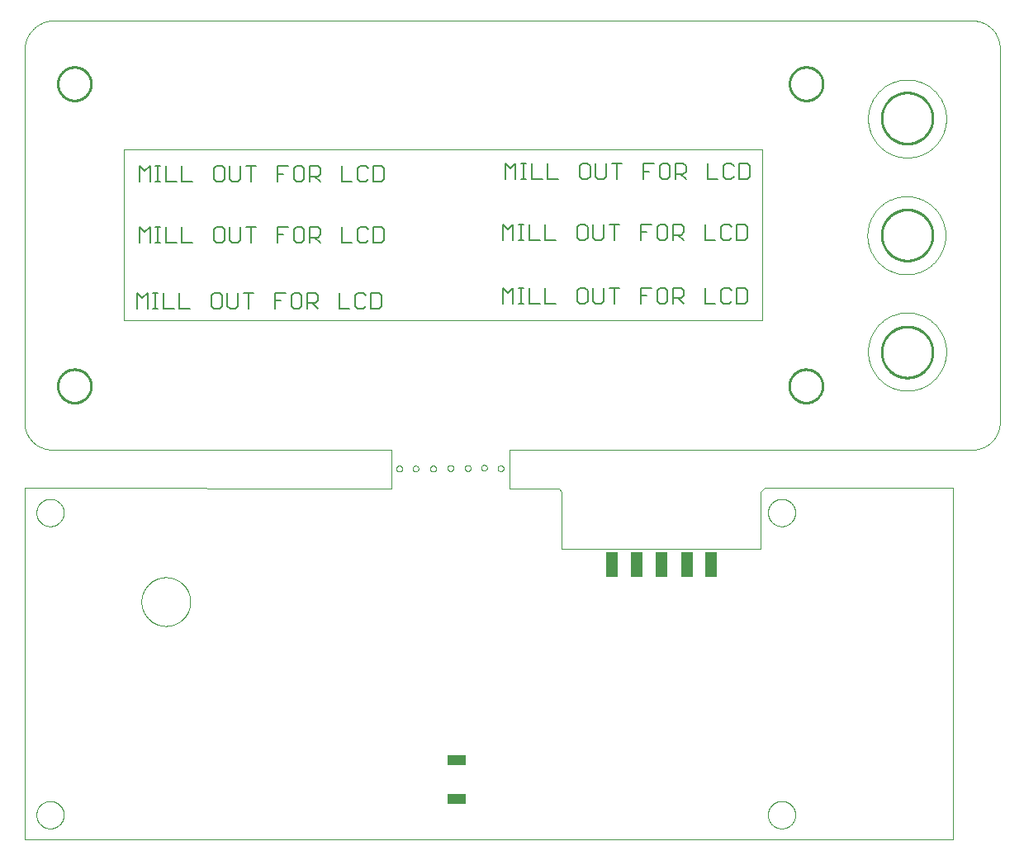
<source format=gbp>
G75*
%MOIN*%
%OFA0B0*%
%FSLAX25Y25*%
%IPPOS*%
%LPD*%
%AMOC8*
5,1,8,0,0,1.08239X$1,22.5*
%
%ADD10C,0.00000*%
%ADD11C,0.01000*%
%ADD12C,0.00004*%
%ADD13C,0.00600*%
%ADD14R,0.07800X0.04000*%
%ADD15R,0.05000X0.10000*%
D10*
X0006802Y0006921D02*
X0006802Y0148882D01*
X0154932Y0148654D01*
X0156901Y0156724D02*
X0156903Y0156793D01*
X0156909Y0156861D01*
X0156919Y0156929D01*
X0156933Y0156996D01*
X0156951Y0157063D01*
X0156972Y0157128D01*
X0156998Y0157192D01*
X0157027Y0157254D01*
X0157059Y0157314D01*
X0157095Y0157373D01*
X0157135Y0157429D01*
X0157177Y0157483D01*
X0157223Y0157534D01*
X0157272Y0157583D01*
X0157323Y0157629D01*
X0157377Y0157671D01*
X0157433Y0157711D01*
X0157491Y0157747D01*
X0157552Y0157779D01*
X0157614Y0157808D01*
X0157678Y0157834D01*
X0157743Y0157855D01*
X0157810Y0157873D01*
X0157877Y0157887D01*
X0157945Y0157897D01*
X0158013Y0157903D01*
X0158082Y0157905D01*
X0158151Y0157903D01*
X0158219Y0157897D01*
X0158287Y0157887D01*
X0158354Y0157873D01*
X0158421Y0157855D01*
X0158486Y0157834D01*
X0158550Y0157808D01*
X0158612Y0157779D01*
X0158672Y0157747D01*
X0158731Y0157711D01*
X0158787Y0157671D01*
X0158841Y0157629D01*
X0158892Y0157583D01*
X0158941Y0157534D01*
X0158987Y0157483D01*
X0159029Y0157429D01*
X0159069Y0157373D01*
X0159105Y0157314D01*
X0159137Y0157254D01*
X0159166Y0157192D01*
X0159192Y0157128D01*
X0159213Y0157063D01*
X0159231Y0156996D01*
X0159245Y0156929D01*
X0159255Y0156861D01*
X0159261Y0156793D01*
X0159263Y0156724D01*
X0159261Y0156655D01*
X0159255Y0156587D01*
X0159245Y0156519D01*
X0159231Y0156452D01*
X0159213Y0156385D01*
X0159192Y0156320D01*
X0159166Y0156256D01*
X0159137Y0156194D01*
X0159105Y0156133D01*
X0159069Y0156075D01*
X0159029Y0156019D01*
X0158987Y0155965D01*
X0158941Y0155914D01*
X0158892Y0155865D01*
X0158841Y0155819D01*
X0158787Y0155777D01*
X0158731Y0155737D01*
X0158673Y0155701D01*
X0158612Y0155669D01*
X0158550Y0155640D01*
X0158486Y0155614D01*
X0158421Y0155593D01*
X0158354Y0155575D01*
X0158287Y0155561D01*
X0158219Y0155551D01*
X0158151Y0155545D01*
X0158082Y0155543D01*
X0158013Y0155545D01*
X0157945Y0155551D01*
X0157877Y0155561D01*
X0157810Y0155575D01*
X0157743Y0155593D01*
X0157678Y0155614D01*
X0157614Y0155640D01*
X0157552Y0155669D01*
X0157491Y0155701D01*
X0157433Y0155737D01*
X0157377Y0155777D01*
X0157323Y0155819D01*
X0157272Y0155865D01*
X0157223Y0155914D01*
X0157177Y0155965D01*
X0157135Y0156019D01*
X0157095Y0156075D01*
X0157059Y0156133D01*
X0157027Y0156194D01*
X0156998Y0156256D01*
X0156972Y0156320D01*
X0156951Y0156385D01*
X0156933Y0156452D01*
X0156919Y0156519D01*
X0156909Y0156587D01*
X0156903Y0156655D01*
X0156901Y0156724D01*
X0163495Y0156724D02*
X0163497Y0156793D01*
X0163503Y0156861D01*
X0163513Y0156929D01*
X0163527Y0156996D01*
X0163545Y0157063D01*
X0163566Y0157128D01*
X0163592Y0157192D01*
X0163621Y0157254D01*
X0163653Y0157314D01*
X0163689Y0157373D01*
X0163729Y0157429D01*
X0163771Y0157483D01*
X0163817Y0157534D01*
X0163866Y0157583D01*
X0163917Y0157629D01*
X0163971Y0157671D01*
X0164027Y0157711D01*
X0164085Y0157747D01*
X0164146Y0157779D01*
X0164208Y0157808D01*
X0164272Y0157834D01*
X0164337Y0157855D01*
X0164404Y0157873D01*
X0164471Y0157887D01*
X0164539Y0157897D01*
X0164607Y0157903D01*
X0164676Y0157905D01*
X0164745Y0157903D01*
X0164813Y0157897D01*
X0164881Y0157887D01*
X0164948Y0157873D01*
X0165015Y0157855D01*
X0165080Y0157834D01*
X0165144Y0157808D01*
X0165206Y0157779D01*
X0165266Y0157747D01*
X0165325Y0157711D01*
X0165381Y0157671D01*
X0165435Y0157629D01*
X0165486Y0157583D01*
X0165535Y0157534D01*
X0165581Y0157483D01*
X0165623Y0157429D01*
X0165663Y0157373D01*
X0165699Y0157314D01*
X0165731Y0157254D01*
X0165760Y0157192D01*
X0165786Y0157128D01*
X0165807Y0157063D01*
X0165825Y0156996D01*
X0165839Y0156929D01*
X0165849Y0156861D01*
X0165855Y0156793D01*
X0165857Y0156724D01*
X0165855Y0156655D01*
X0165849Y0156587D01*
X0165839Y0156519D01*
X0165825Y0156452D01*
X0165807Y0156385D01*
X0165786Y0156320D01*
X0165760Y0156256D01*
X0165731Y0156194D01*
X0165699Y0156133D01*
X0165663Y0156075D01*
X0165623Y0156019D01*
X0165581Y0155965D01*
X0165535Y0155914D01*
X0165486Y0155865D01*
X0165435Y0155819D01*
X0165381Y0155777D01*
X0165325Y0155737D01*
X0165267Y0155701D01*
X0165206Y0155669D01*
X0165144Y0155640D01*
X0165080Y0155614D01*
X0165015Y0155593D01*
X0164948Y0155575D01*
X0164881Y0155561D01*
X0164813Y0155551D01*
X0164745Y0155545D01*
X0164676Y0155543D01*
X0164607Y0155545D01*
X0164539Y0155551D01*
X0164471Y0155561D01*
X0164404Y0155575D01*
X0164337Y0155593D01*
X0164272Y0155614D01*
X0164208Y0155640D01*
X0164146Y0155669D01*
X0164085Y0155701D01*
X0164027Y0155737D01*
X0163971Y0155777D01*
X0163917Y0155819D01*
X0163866Y0155865D01*
X0163817Y0155914D01*
X0163771Y0155965D01*
X0163729Y0156019D01*
X0163689Y0156075D01*
X0163653Y0156133D01*
X0163621Y0156194D01*
X0163592Y0156256D01*
X0163566Y0156320D01*
X0163545Y0156385D01*
X0163527Y0156452D01*
X0163513Y0156519D01*
X0163503Y0156587D01*
X0163497Y0156655D01*
X0163495Y0156724D01*
X0170582Y0156724D02*
X0170584Y0156793D01*
X0170590Y0156861D01*
X0170600Y0156929D01*
X0170614Y0156996D01*
X0170632Y0157063D01*
X0170653Y0157128D01*
X0170679Y0157192D01*
X0170708Y0157254D01*
X0170740Y0157314D01*
X0170776Y0157373D01*
X0170816Y0157429D01*
X0170858Y0157483D01*
X0170904Y0157534D01*
X0170953Y0157583D01*
X0171004Y0157629D01*
X0171058Y0157671D01*
X0171114Y0157711D01*
X0171172Y0157747D01*
X0171233Y0157779D01*
X0171295Y0157808D01*
X0171359Y0157834D01*
X0171424Y0157855D01*
X0171491Y0157873D01*
X0171558Y0157887D01*
X0171626Y0157897D01*
X0171694Y0157903D01*
X0171763Y0157905D01*
X0171832Y0157903D01*
X0171900Y0157897D01*
X0171968Y0157887D01*
X0172035Y0157873D01*
X0172102Y0157855D01*
X0172167Y0157834D01*
X0172231Y0157808D01*
X0172293Y0157779D01*
X0172353Y0157747D01*
X0172412Y0157711D01*
X0172468Y0157671D01*
X0172522Y0157629D01*
X0172573Y0157583D01*
X0172622Y0157534D01*
X0172668Y0157483D01*
X0172710Y0157429D01*
X0172750Y0157373D01*
X0172786Y0157314D01*
X0172818Y0157254D01*
X0172847Y0157192D01*
X0172873Y0157128D01*
X0172894Y0157063D01*
X0172912Y0156996D01*
X0172926Y0156929D01*
X0172936Y0156861D01*
X0172942Y0156793D01*
X0172944Y0156724D01*
X0172942Y0156655D01*
X0172936Y0156587D01*
X0172926Y0156519D01*
X0172912Y0156452D01*
X0172894Y0156385D01*
X0172873Y0156320D01*
X0172847Y0156256D01*
X0172818Y0156194D01*
X0172786Y0156133D01*
X0172750Y0156075D01*
X0172710Y0156019D01*
X0172668Y0155965D01*
X0172622Y0155914D01*
X0172573Y0155865D01*
X0172522Y0155819D01*
X0172468Y0155777D01*
X0172412Y0155737D01*
X0172354Y0155701D01*
X0172293Y0155669D01*
X0172231Y0155640D01*
X0172167Y0155614D01*
X0172102Y0155593D01*
X0172035Y0155575D01*
X0171968Y0155561D01*
X0171900Y0155551D01*
X0171832Y0155545D01*
X0171763Y0155543D01*
X0171694Y0155545D01*
X0171626Y0155551D01*
X0171558Y0155561D01*
X0171491Y0155575D01*
X0171424Y0155593D01*
X0171359Y0155614D01*
X0171295Y0155640D01*
X0171233Y0155669D01*
X0171172Y0155701D01*
X0171114Y0155737D01*
X0171058Y0155777D01*
X0171004Y0155819D01*
X0170953Y0155865D01*
X0170904Y0155914D01*
X0170858Y0155965D01*
X0170816Y0156019D01*
X0170776Y0156075D01*
X0170740Y0156133D01*
X0170708Y0156194D01*
X0170679Y0156256D01*
X0170653Y0156320D01*
X0170632Y0156385D01*
X0170614Y0156452D01*
X0170600Y0156519D01*
X0170590Y0156587D01*
X0170584Y0156655D01*
X0170582Y0156724D01*
X0177570Y0156921D02*
X0177572Y0156990D01*
X0177578Y0157058D01*
X0177588Y0157126D01*
X0177602Y0157193D01*
X0177620Y0157260D01*
X0177641Y0157325D01*
X0177667Y0157389D01*
X0177696Y0157451D01*
X0177728Y0157511D01*
X0177764Y0157570D01*
X0177804Y0157626D01*
X0177846Y0157680D01*
X0177892Y0157731D01*
X0177941Y0157780D01*
X0177992Y0157826D01*
X0178046Y0157868D01*
X0178102Y0157908D01*
X0178160Y0157944D01*
X0178221Y0157976D01*
X0178283Y0158005D01*
X0178347Y0158031D01*
X0178412Y0158052D01*
X0178479Y0158070D01*
X0178546Y0158084D01*
X0178614Y0158094D01*
X0178682Y0158100D01*
X0178751Y0158102D01*
X0178820Y0158100D01*
X0178888Y0158094D01*
X0178956Y0158084D01*
X0179023Y0158070D01*
X0179090Y0158052D01*
X0179155Y0158031D01*
X0179219Y0158005D01*
X0179281Y0157976D01*
X0179341Y0157944D01*
X0179400Y0157908D01*
X0179456Y0157868D01*
X0179510Y0157826D01*
X0179561Y0157780D01*
X0179610Y0157731D01*
X0179656Y0157680D01*
X0179698Y0157626D01*
X0179738Y0157570D01*
X0179774Y0157511D01*
X0179806Y0157451D01*
X0179835Y0157389D01*
X0179861Y0157325D01*
X0179882Y0157260D01*
X0179900Y0157193D01*
X0179914Y0157126D01*
X0179924Y0157058D01*
X0179930Y0156990D01*
X0179932Y0156921D01*
X0179930Y0156852D01*
X0179924Y0156784D01*
X0179914Y0156716D01*
X0179900Y0156649D01*
X0179882Y0156582D01*
X0179861Y0156517D01*
X0179835Y0156453D01*
X0179806Y0156391D01*
X0179774Y0156330D01*
X0179738Y0156272D01*
X0179698Y0156216D01*
X0179656Y0156162D01*
X0179610Y0156111D01*
X0179561Y0156062D01*
X0179510Y0156016D01*
X0179456Y0155974D01*
X0179400Y0155934D01*
X0179342Y0155898D01*
X0179281Y0155866D01*
X0179219Y0155837D01*
X0179155Y0155811D01*
X0179090Y0155790D01*
X0179023Y0155772D01*
X0178956Y0155758D01*
X0178888Y0155748D01*
X0178820Y0155742D01*
X0178751Y0155740D01*
X0178682Y0155742D01*
X0178614Y0155748D01*
X0178546Y0155758D01*
X0178479Y0155772D01*
X0178412Y0155790D01*
X0178347Y0155811D01*
X0178283Y0155837D01*
X0178221Y0155866D01*
X0178160Y0155898D01*
X0178102Y0155934D01*
X0178046Y0155974D01*
X0177992Y0156016D01*
X0177941Y0156062D01*
X0177892Y0156111D01*
X0177846Y0156162D01*
X0177804Y0156216D01*
X0177764Y0156272D01*
X0177728Y0156330D01*
X0177696Y0156391D01*
X0177667Y0156453D01*
X0177641Y0156517D01*
X0177620Y0156582D01*
X0177602Y0156649D01*
X0177588Y0156716D01*
X0177578Y0156784D01*
X0177572Y0156852D01*
X0177570Y0156921D01*
X0184558Y0156921D02*
X0184560Y0156990D01*
X0184566Y0157058D01*
X0184576Y0157126D01*
X0184590Y0157193D01*
X0184608Y0157260D01*
X0184629Y0157325D01*
X0184655Y0157389D01*
X0184684Y0157451D01*
X0184716Y0157511D01*
X0184752Y0157570D01*
X0184792Y0157626D01*
X0184834Y0157680D01*
X0184880Y0157731D01*
X0184929Y0157780D01*
X0184980Y0157826D01*
X0185034Y0157868D01*
X0185090Y0157908D01*
X0185148Y0157944D01*
X0185209Y0157976D01*
X0185271Y0158005D01*
X0185335Y0158031D01*
X0185400Y0158052D01*
X0185467Y0158070D01*
X0185534Y0158084D01*
X0185602Y0158094D01*
X0185670Y0158100D01*
X0185739Y0158102D01*
X0185808Y0158100D01*
X0185876Y0158094D01*
X0185944Y0158084D01*
X0186011Y0158070D01*
X0186078Y0158052D01*
X0186143Y0158031D01*
X0186207Y0158005D01*
X0186269Y0157976D01*
X0186329Y0157944D01*
X0186388Y0157908D01*
X0186444Y0157868D01*
X0186498Y0157826D01*
X0186549Y0157780D01*
X0186598Y0157731D01*
X0186644Y0157680D01*
X0186686Y0157626D01*
X0186726Y0157570D01*
X0186762Y0157511D01*
X0186794Y0157451D01*
X0186823Y0157389D01*
X0186849Y0157325D01*
X0186870Y0157260D01*
X0186888Y0157193D01*
X0186902Y0157126D01*
X0186912Y0157058D01*
X0186918Y0156990D01*
X0186920Y0156921D01*
X0186918Y0156852D01*
X0186912Y0156784D01*
X0186902Y0156716D01*
X0186888Y0156649D01*
X0186870Y0156582D01*
X0186849Y0156517D01*
X0186823Y0156453D01*
X0186794Y0156391D01*
X0186762Y0156330D01*
X0186726Y0156272D01*
X0186686Y0156216D01*
X0186644Y0156162D01*
X0186598Y0156111D01*
X0186549Y0156062D01*
X0186498Y0156016D01*
X0186444Y0155974D01*
X0186388Y0155934D01*
X0186330Y0155898D01*
X0186269Y0155866D01*
X0186207Y0155837D01*
X0186143Y0155811D01*
X0186078Y0155790D01*
X0186011Y0155772D01*
X0185944Y0155758D01*
X0185876Y0155748D01*
X0185808Y0155742D01*
X0185739Y0155740D01*
X0185670Y0155742D01*
X0185602Y0155748D01*
X0185534Y0155758D01*
X0185467Y0155772D01*
X0185400Y0155790D01*
X0185335Y0155811D01*
X0185271Y0155837D01*
X0185209Y0155866D01*
X0185148Y0155898D01*
X0185090Y0155934D01*
X0185034Y0155974D01*
X0184980Y0156016D01*
X0184929Y0156062D01*
X0184880Y0156111D01*
X0184834Y0156162D01*
X0184792Y0156216D01*
X0184752Y0156272D01*
X0184716Y0156330D01*
X0184684Y0156391D01*
X0184655Y0156453D01*
X0184629Y0156517D01*
X0184608Y0156582D01*
X0184590Y0156649D01*
X0184576Y0156716D01*
X0184566Y0156784D01*
X0184560Y0156852D01*
X0184558Y0156921D01*
X0191153Y0157020D02*
X0191155Y0157089D01*
X0191161Y0157157D01*
X0191171Y0157225D01*
X0191185Y0157292D01*
X0191203Y0157359D01*
X0191224Y0157424D01*
X0191250Y0157488D01*
X0191279Y0157550D01*
X0191311Y0157610D01*
X0191347Y0157669D01*
X0191387Y0157725D01*
X0191429Y0157779D01*
X0191475Y0157830D01*
X0191524Y0157879D01*
X0191575Y0157925D01*
X0191629Y0157967D01*
X0191685Y0158007D01*
X0191743Y0158043D01*
X0191804Y0158075D01*
X0191866Y0158104D01*
X0191930Y0158130D01*
X0191995Y0158151D01*
X0192062Y0158169D01*
X0192129Y0158183D01*
X0192197Y0158193D01*
X0192265Y0158199D01*
X0192334Y0158201D01*
X0192403Y0158199D01*
X0192471Y0158193D01*
X0192539Y0158183D01*
X0192606Y0158169D01*
X0192673Y0158151D01*
X0192738Y0158130D01*
X0192802Y0158104D01*
X0192864Y0158075D01*
X0192924Y0158043D01*
X0192983Y0158007D01*
X0193039Y0157967D01*
X0193093Y0157925D01*
X0193144Y0157879D01*
X0193193Y0157830D01*
X0193239Y0157779D01*
X0193281Y0157725D01*
X0193321Y0157669D01*
X0193357Y0157610D01*
X0193389Y0157550D01*
X0193418Y0157488D01*
X0193444Y0157424D01*
X0193465Y0157359D01*
X0193483Y0157292D01*
X0193497Y0157225D01*
X0193507Y0157157D01*
X0193513Y0157089D01*
X0193515Y0157020D01*
X0193513Y0156951D01*
X0193507Y0156883D01*
X0193497Y0156815D01*
X0193483Y0156748D01*
X0193465Y0156681D01*
X0193444Y0156616D01*
X0193418Y0156552D01*
X0193389Y0156490D01*
X0193357Y0156429D01*
X0193321Y0156371D01*
X0193281Y0156315D01*
X0193239Y0156261D01*
X0193193Y0156210D01*
X0193144Y0156161D01*
X0193093Y0156115D01*
X0193039Y0156073D01*
X0192983Y0156033D01*
X0192925Y0155997D01*
X0192864Y0155965D01*
X0192802Y0155936D01*
X0192738Y0155910D01*
X0192673Y0155889D01*
X0192606Y0155871D01*
X0192539Y0155857D01*
X0192471Y0155847D01*
X0192403Y0155841D01*
X0192334Y0155839D01*
X0192265Y0155841D01*
X0192197Y0155847D01*
X0192129Y0155857D01*
X0192062Y0155871D01*
X0191995Y0155889D01*
X0191930Y0155910D01*
X0191866Y0155936D01*
X0191804Y0155965D01*
X0191743Y0155997D01*
X0191685Y0156033D01*
X0191629Y0156073D01*
X0191575Y0156115D01*
X0191524Y0156161D01*
X0191475Y0156210D01*
X0191429Y0156261D01*
X0191387Y0156315D01*
X0191347Y0156371D01*
X0191311Y0156429D01*
X0191279Y0156490D01*
X0191250Y0156552D01*
X0191224Y0156616D01*
X0191203Y0156681D01*
X0191185Y0156748D01*
X0191171Y0156815D01*
X0191161Y0156883D01*
X0191155Y0156951D01*
X0191153Y0157020D01*
X0197846Y0156823D02*
X0197848Y0156892D01*
X0197854Y0156960D01*
X0197864Y0157028D01*
X0197878Y0157095D01*
X0197896Y0157162D01*
X0197917Y0157227D01*
X0197943Y0157291D01*
X0197972Y0157353D01*
X0198004Y0157413D01*
X0198040Y0157472D01*
X0198080Y0157528D01*
X0198122Y0157582D01*
X0198168Y0157633D01*
X0198217Y0157682D01*
X0198268Y0157728D01*
X0198322Y0157770D01*
X0198378Y0157810D01*
X0198436Y0157846D01*
X0198497Y0157878D01*
X0198559Y0157907D01*
X0198623Y0157933D01*
X0198688Y0157954D01*
X0198755Y0157972D01*
X0198822Y0157986D01*
X0198890Y0157996D01*
X0198958Y0158002D01*
X0199027Y0158004D01*
X0199096Y0158002D01*
X0199164Y0157996D01*
X0199232Y0157986D01*
X0199299Y0157972D01*
X0199366Y0157954D01*
X0199431Y0157933D01*
X0199495Y0157907D01*
X0199557Y0157878D01*
X0199617Y0157846D01*
X0199676Y0157810D01*
X0199732Y0157770D01*
X0199786Y0157728D01*
X0199837Y0157682D01*
X0199886Y0157633D01*
X0199932Y0157582D01*
X0199974Y0157528D01*
X0200014Y0157472D01*
X0200050Y0157413D01*
X0200082Y0157353D01*
X0200111Y0157291D01*
X0200137Y0157227D01*
X0200158Y0157162D01*
X0200176Y0157095D01*
X0200190Y0157028D01*
X0200200Y0156960D01*
X0200206Y0156892D01*
X0200208Y0156823D01*
X0200206Y0156754D01*
X0200200Y0156686D01*
X0200190Y0156618D01*
X0200176Y0156551D01*
X0200158Y0156484D01*
X0200137Y0156419D01*
X0200111Y0156355D01*
X0200082Y0156293D01*
X0200050Y0156232D01*
X0200014Y0156174D01*
X0199974Y0156118D01*
X0199932Y0156064D01*
X0199886Y0156013D01*
X0199837Y0155964D01*
X0199786Y0155918D01*
X0199732Y0155876D01*
X0199676Y0155836D01*
X0199618Y0155800D01*
X0199557Y0155768D01*
X0199495Y0155739D01*
X0199431Y0155713D01*
X0199366Y0155692D01*
X0199299Y0155674D01*
X0199232Y0155660D01*
X0199164Y0155650D01*
X0199096Y0155644D01*
X0199027Y0155642D01*
X0198958Y0155644D01*
X0198890Y0155650D01*
X0198822Y0155660D01*
X0198755Y0155674D01*
X0198688Y0155692D01*
X0198623Y0155713D01*
X0198559Y0155739D01*
X0198497Y0155768D01*
X0198436Y0155800D01*
X0198378Y0155836D01*
X0198322Y0155876D01*
X0198268Y0155918D01*
X0198217Y0155964D01*
X0198168Y0156013D01*
X0198122Y0156064D01*
X0198080Y0156118D01*
X0198040Y0156174D01*
X0198004Y0156232D01*
X0197972Y0156293D01*
X0197943Y0156355D01*
X0197917Y0156419D01*
X0197896Y0156484D01*
X0197878Y0156551D01*
X0197864Y0156618D01*
X0197854Y0156686D01*
X0197848Y0156754D01*
X0197846Y0156823D01*
X0202570Y0148654D02*
X0222550Y0148654D01*
X0223731Y0147472D01*
X0223731Y0124244D01*
X0304046Y0124244D01*
X0304046Y0147472D01*
X0305456Y0148882D01*
X0381503Y0148882D01*
X0381503Y0006921D01*
X0006802Y0006921D01*
X0011652Y0016898D02*
X0011654Y0017046D01*
X0011660Y0017194D01*
X0011670Y0017342D01*
X0011684Y0017489D01*
X0011702Y0017636D01*
X0011723Y0017782D01*
X0011749Y0017928D01*
X0011779Y0018073D01*
X0011812Y0018217D01*
X0011850Y0018360D01*
X0011891Y0018502D01*
X0011936Y0018643D01*
X0011984Y0018783D01*
X0012037Y0018922D01*
X0012093Y0019059D01*
X0012153Y0019194D01*
X0012216Y0019328D01*
X0012283Y0019460D01*
X0012354Y0019590D01*
X0012428Y0019718D01*
X0012505Y0019844D01*
X0012586Y0019968D01*
X0012670Y0020090D01*
X0012757Y0020209D01*
X0012848Y0020326D01*
X0012942Y0020441D01*
X0013038Y0020553D01*
X0013138Y0020663D01*
X0013240Y0020769D01*
X0013346Y0020873D01*
X0013454Y0020974D01*
X0013565Y0021072D01*
X0013678Y0021168D01*
X0013794Y0021260D01*
X0013912Y0021349D01*
X0014033Y0021434D01*
X0014156Y0021517D01*
X0014281Y0021596D01*
X0014408Y0021672D01*
X0014537Y0021744D01*
X0014668Y0021813D01*
X0014801Y0021878D01*
X0014936Y0021939D01*
X0015072Y0021997D01*
X0015209Y0022052D01*
X0015348Y0022102D01*
X0015489Y0022149D01*
X0015630Y0022192D01*
X0015773Y0022232D01*
X0015917Y0022267D01*
X0016061Y0022299D01*
X0016207Y0022326D01*
X0016353Y0022350D01*
X0016500Y0022370D01*
X0016647Y0022386D01*
X0016794Y0022398D01*
X0016942Y0022406D01*
X0017090Y0022410D01*
X0017238Y0022410D01*
X0017386Y0022406D01*
X0017534Y0022398D01*
X0017681Y0022386D01*
X0017828Y0022370D01*
X0017975Y0022350D01*
X0018121Y0022326D01*
X0018267Y0022299D01*
X0018411Y0022267D01*
X0018555Y0022232D01*
X0018698Y0022192D01*
X0018839Y0022149D01*
X0018980Y0022102D01*
X0019119Y0022052D01*
X0019256Y0021997D01*
X0019392Y0021939D01*
X0019527Y0021878D01*
X0019660Y0021813D01*
X0019791Y0021744D01*
X0019920Y0021672D01*
X0020047Y0021596D01*
X0020172Y0021517D01*
X0020295Y0021434D01*
X0020416Y0021349D01*
X0020534Y0021260D01*
X0020650Y0021168D01*
X0020763Y0021072D01*
X0020874Y0020974D01*
X0020982Y0020873D01*
X0021088Y0020769D01*
X0021190Y0020663D01*
X0021290Y0020553D01*
X0021386Y0020441D01*
X0021480Y0020326D01*
X0021571Y0020209D01*
X0021658Y0020090D01*
X0021742Y0019968D01*
X0021823Y0019844D01*
X0021900Y0019718D01*
X0021974Y0019590D01*
X0022045Y0019460D01*
X0022112Y0019328D01*
X0022175Y0019194D01*
X0022235Y0019059D01*
X0022291Y0018922D01*
X0022344Y0018783D01*
X0022392Y0018643D01*
X0022437Y0018502D01*
X0022478Y0018360D01*
X0022516Y0018217D01*
X0022549Y0018073D01*
X0022579Y0017928D01*
X0022605Y0017782D01*
X0022626Y0017636D01*
X0022644Y0017489D01*
X0022658Y0017342D01*
X0022668Y0017194D01*
X0022674Y0017046D01*
X0022676Y0016898D01*
X0022674Y0016750D01*
X0022668Y0016602D01*
X0022658Y0016454D01*
X0022644Y0016307D01*
X0022626Y0016160D01*
X0022605Y0016014D01*
X0022579Y0015868D01*
X0022549Y0015723D01*
X0022516Y0015579D01*
X0022478Y0015436D01*
X0022437Y0015294D01*
X0022392Y0015153D01*
X0022344Y0015013D01*
X0022291Y0014874D01*
X0022235Y0014737D01*
X0022175Y0014602D01*
X0022112Y0014468D01*
X0022045Y0014336D01*
X0021974Y0014206D01*
X0021900Y0014078D01*
X0021823Y0013952D01*
X0021742Y0013828D01*
X0021658Y0013706D01*
X0021571Y0013587D01*
X0021480Y0013470D01*
X0021386Y0013355D01*
X0021290Y0013243D01*
X0021190Y0013133D01*
X0021088Y0013027D01*
X0020982Y0012923D01*
X0020874Y0012822D01*
X0020763Y0012724D01*
X0020650Y0012628D01*
X0020534Y0012536D01*
X0020416Y0012447D01*
X0020295Y0012362D01*
X0020172Y0012279D01*
X0020047Y0012200D01*
X0019920Y0012124D01*
X0019791Y0012052D01*
X0019660Y0011983D01*
X0019527Y0011918D01*
X0019392Y0011857D01*
X0019256Y0011799D01*
X0019119Y0011744D01*
X0018980Y0011694D01*
X0018839Y0011647D01*
X0018698Y0011604D01*
X0018555Y0011564D01*
X0018411Y0011529D01*
X0018267Y0011497D01*
X0018121Y0011470D01*
X0017975Y0011446D01*
X0017828Y0011426D01*
X0017681Y0011410D01*
X0017534Y0011398D01*
X0017386Y0011390D01*
X0017238Y0011386D01*
X0017090Y0011386D01*
X0016942Y0011390D01*
X0016794Y0011398D01*
X0016647Y0011410D01*
X0016500Y0011426D01*
X0016353Y0011446D01*
X0016207Y0011470D01*
X0016061Y0011497D01*
X0015917Y0011529D01*
X0015773Y0011564D01*
X0015630Y0011604D01*
X0015489Y0011647D01*
X0015348Y0011694D01*
X0015209Y0011744D01*
X0015072Y0011799D01*
X0014936Y0011857D01*
X0014801Y0011918D01*
X0014668Y0011983D01*
X0014537Y0012052D01*
X0014408Y0012124D01*
X0014281Y0012200D01*
X0014156Y0012279D01*
X0014033Y0012362D01*
X0013912Y0012447D01*
X0013794Y0012536D01*
X0013678Y0012628D01*
X0013565Y0012724D01*
X0013454Y0012822D01*
X0013346Y0012923D01*
X0013240Y0013027D01*
X0013138Y0013133D01*
X0013038Y0013243D01*
X0012942Y0013355D01*
X0012848Y0013470D01*
X0012757Y0013587D01*
X0012670Y0013706D01*
X0012586Y0013828D01*
X0012505Y0013952D01*
X0012428Y0014078D01*
X0012354Y0014206D01*
X0012283Y0014336D01*
X0012216Y0014468D01*
X0012153Y0014602D01*
X0012093Y0014737D01*
X0012037Y0014874D01*
X0011984Y0015013D01*
X0011936Y0015153D01*
X0011891Y0015294D01*
X0011850Y0015436D01*
X0011812Y0015579D01*
X0011779Y0015723D01*
X0011749Y0015868D01*
X0011723Y0016014D01*
X0011702Y0016160D01*
X0011684Y0016307D01*
X0011670Y0016454D01*
X0011660Y0016602D01*
X0011654Y0016750D01*
X0011652Y0016898D01*
X0054046Y0102984D02*
X0054049Y0103226D01*
X0054058Y0103467D01*
X0054073Y0103708D01*
X0054093Y0103949D01*
X0054120Y0104189D01*
X0054153Y0104428D01*
X0054191Y0104667D01*
X0054235Y0104904D01*
X0054285Y0105141D01*
X0054341Y0105376D01*
X0054403Y0105609D01*
X0054470Y0105841D01*
X0054543Y0106072D01*
X0054621Y0106300D01*
X0054706Y0106526D01*
X0054795Y0106751D01*
X0054890Y0106973D01*
X0054991Y0107192D01*
X0055097Y0107410D01*
X0055208Y0107624D01*
X0055325Y0107836D01*
X0055446Y0108044D01*
X0055573Y0108250D01*
X0055705Y0108452D01*
X0055842Y0108652D01*
X0055983Y0108847D01*
X0056129Y0109040D01*
X0056280Y0109228D01*
X0056436Y0109413D01*
X0056596Y0109594D01*
X0056760Y0109771D01*
X0056929Y0109944D01*
X0057102Y0110113D01*
X0057279Y0110277D01*
X0057460Y0110437D01*
X0057645Y0110593D01*
X0057833Y0110744D01*
X0058026Y0110890D01*
X0058221Y0111031D01*
X0058421Y0111168D01*
X0058623Y0111300D01*
X0058829Y0111427D01*
X0059037Y0111548D01*
X0059249Y0111665D01*
X0059463Y0111776D01*
X0059681Y0111882D01*
X0059900Y0111983D01*
X0060122Y0112078D01*
X0060347Y0112167D01*
X0060573Y0112252D01*
X0060801Y0112330D01*
X0061032Y0112403D01*
X0061264Y0112470D01*
X0061497Y0112532D01*
X0061732Y0112588D01*
X0061969Y0112638D01*
X0062206Y0112682D01*
X0062445Y0112720D01*
X0062684Y0112753D01*
X0062924Y0112780D01*
X0063165Y0112800D01*
X0063406Y0112815D01*
X0063647Y0112824D01*
X0063889Y0112827D01*
X0064131Y0112824D01*
X0064372Y0112815D01*
X0064613Y0112800D01*
X0064854Y0112780D01*
X0065094Y0112753D01*
X0065333Y0112720D01*
X0065572Y0112682D01*
X0065809Y0112638D01*
X0066046Y0112588D01*
X0066281Y0112532D01*
X0066514Y0112470D01*
X0066746Y0112403D01*
X0066977Y0112330D01*
X0067205Y0112252D01*
X0067431Y0112167D01*
X0067656Y0112078D01*
X0067878Y0111983D01*
X0068097Y0111882D01*
X0068315Y0111776D01*
X0068529Y0111665D01*
X0068741Y0111548D01*
X0068949Y0111427D01*
X0069155Y0111300D01*
X0069357Y0111168D01*
X0069557Y0111031D01*
X0069752Y0110890D01*
X0069945Y0110744D01*
X0070133Y0110593D01*
X0070318Y0110437D01*
X0070499Y0110277D01*
X0070676Y0110113D01*
X0070849Y0109944D01*
X0071018Y0109771D01*
X0071182Y0109594D01*
X0071342Y0109413D01*
X0071498Y0109228D01*
X0071649Y0109040D01*
X0071795Y0108847D01*
X0071936Y0108652D01*
X0072073Y0108452D01*
X0072205Y0108250D01*
X0072332Y0108044D01*
X0072453Y0107836D01*
X0072570Y0107624D01*
X0072681Y0107410D01*
X0072787Y0107192D01*
X0072888Y0106973D01*
X0072983Y0106751D01*
X0073072Y0106526D01*
X0073157Y0106300D01*
X0073235Y0106072D01*
X0073308Y0105841D01*
X0073375Y0105609D01*
X0073437Y0105376D01*
X0073493Y0105141D01*
X0073543Y0104904D01*
X0073587Y0104667D01*
X0073625Y0104428D01*
X0073658Y0104189D01*
X0073685Y0103949D01*
X0073705Y0103708D01*
X0073720Y0103467D01*
X0073729Y0103226D01*
X0073732Y0102984D01*
X0073729Y0102742D01*
X0073720Y0102501D01*
X0073705Y0102260D01*
X0073685Y0102019D01*
X0073658Y0101779D01*
X0073625Y0101540D01*
X0073587Y0101301D01*
X0073543Y0101064D01*
X0073493Y0100827D01*
X0073437Y0100592D01*
X0073375Y0100359D01*
X0073308Y0100127D01*
X0073235Y0099896D01*
X0073157Y0099668D01*
X0073072Y0099442D01*
X0072983Y0099217D01*
X0072888Y0098995D01*
X0072787Y0098776D01*
X0072681Y0098558D01*
X0072570Y0098344D01*
X0072453Y0098132D01*
X0072332Y0097924D01*
X0072205Y0097718D01*
X0072073Y0097516D01*
X0071936Y0097316D01*
X0071795Y0097121D01*
X0071649Y0096928D01*
X0071498Y0096740D01*
X0071342Y0096555D01*
X0071182Y0096374D01*
X0071018Y0096197D01*
X0070849Y0096024D01*
X0070676Y0095855D01*
X0070499Y0095691D01*
X0070318Y0095531D01*
X0070133Y0095375D01*
X0069945Y0095224D01*
X0069752Y0095078D01*
X0069557Y0094937D01*
X0069357Y0094800D01*
X0069155Y0094668D01*
X0068949Y0094541D01*
X0068741Y0094420D01*
X0068529Y0094303D01*
X0068315Y0094192D01*
X0068097Y0094086D01*
X0067878Y0093985D01*
X0067656Y0093890D01*
X0067431Y0093801D01*
X0067205Y0093716D01*
X0066977Y0093638D01*
X0066746Y0093565D01*
X0066514Y0093498D01*
X0066281Y0093436D01*
X0066046Y0093380D01*
X0065809Y0093330D01*
X0065572Y0093286D01*
X0065333Y0093248D01*
X0065094Y0093215D01*
X0064854Y0093188D01*
X0064613Y0093168D01*
X0064372Y0093153D01*
X0064131Y0093144D01*
X0063889Y0093141D01*
X0063647Y0093144D01*
X0063406Y0093153D01*
X0063165Y0093168D01*
X0062924Y0093188D01*
X0062684Y0093215D01*
X0062445Y0093248D01*
X0062206Y0093286D01*
X0061969Y0093330D01*
X0061732Y0093380D01*
X0061497Y0093436D01*
X0061264Y0093498D01*
X0061032Y0093565D01*
X0060801Y0093638D01*
X0060573Y0093716D01*
X0060347Y0093801D01*
X0060122Y0093890D01*
X0059900Y0093985D01*
X0059681Y0094086D01*
X0059463Y0094192D01*
X0059249Y0094303D01*
X0059037Y0094420D01*
X0058829Y0094541D01*
X0058623Y0094668D01*
X0058421Y0094800D01*
X0058221Y0094937D01*
X0058026Y0095078D01*
X0057833Y0095224D01*
X0057645Y0095375D01*
X0057460Y0095531D01*
X0057279Y0095691D01*
X0057102Y0095855D01*
X0056929Y0096024D01*
X0056760Y0096197D01*
X0056596Y0096374D01*
X0056436Y0096555D01*
X0056280Y0096740D01*
X0056129Y0096928D01*
X0055983Y0097121D01*
X0055842Y0097316D01*
X0055705Y0097516D01*
X0055573Y0097718D01*
X0055446Y0097924D01*
X0055325Y0098132D01*
X0055208Y0098344D01*
X0055097Y0098558D01*
X0054991Y0098776D01*
X0054890Y0098995D01*
X0054795Y0099217D01*
X0054706Y0099442D01*
X0054621Y0099668D01*
X0054543Y0099896D01*
X0054470Y0100127D01*
X0054403Y0100359D01*
X0054341Y0100592D01*
X0054285Y0100827D01*
X0054235Y0101064D01*
X0054191Y0101301D01*
X0054153Y0101540D01*
X0054120Y0101779D01*
X0054093Y0102019D01*
X0054073Y0102260D01*
X0054058Y0102501D01*
X0054049Y0102742D01*
X0054046Y0102984D01*
X0011652Y0138945D02*
X0011654Y0139093D01*
X0011660Y0139241D01*
X0011670Y0139389D01*
X0011684Y0139536D01*
X0011702Y0139683D01*
X0011723Y0139829D01*
X0011749Y0139975D01*
X0011779Y0140120D01*
X0011812Y0140264D01*
X0011850Y0140407D01*
X0011891Y0140549D01*
X0011936Y0140690D01*
X0011984Y0140830D01*
X0012037Y0140969D01*
X0012093Y0141106D01*
X0012153Y0141241D01*
X0012216Y0141375D01*
X0012283Y0141507D01*
X0012354Y0141637D01*
X0012428Y0141765D01*
X0012505Y0141891D01*
X0012586Y0142015D01*
X0012670Y0142137D01*
X0012757Y0142256D01*
X0012848Y0142373D01*
X0012942Y0142488D01*
X0013038Y0142600D01*
X0013138Y0142710D01*
X0013240Y0142816D01*
X0013346Y0142920D01*
X0013454Y0143021D01*
X0013565Y0143119D01*
X0013678Y0143215D01*
X0013794Y0143307D01*
X0013912Y0143396D01*
X0014033Y0143481D01*
X0014156Y0143564D01*
X0014281Y0143643D01*
X0014408Y0143719D01*
X0014537Y0143791D01*
X0014668Y0143860D01*
X0014801Y0143925D01*
X0014936Y0143986D01*
X0015072Y0144044D01*
X0015209Y0144099D01*
X0015348Y0144149D01*
X0015489Y0144196D01*
X0015630Y0144239D01*
X0015773Y0144279D01*
X0015917Y0144314D01*
X0016061Y0144346D01*
X0016207Y0144373D01*
X0016353Y0144397D01*
X0016500Y0144417D01*
X0016647Y0144433D01*
X0016794Y0144445D01*
X0016942Y0144453D01*
X0017090Y0144457D01*
X0017238Y0144457D01*
X0017386Y0144453D01*
X0017534Y0144445D01*
X0017681Y0144433D01*
X0017828Y0144417D01*
X0017975Y0144397D01*
X0018121Y0144373D01*
X0018267Y0144346D01*
X0018411Y0144314D01*
X0018555Y0144279D01*
X0018698Y0144239D01*
X0018839Y0144196D01*
X0018980Y0144149D01*
X0019119Y0144099D01*
X0019256Y0144044D01*
X0019392Y0143986D01*
X0019527Y0143925D01*
X0019660Y0143860D01*
X0019791Y0143791D01*
X0019920Y0143719D01*
X0020047Y0143643D01*
X0020172Y0143564D01*
X0020295Y0143481D01*
X0020416Y0143396D01*
X0020534Y0143307D01*
X0020650Y0143215D01*
X0020763Y0143119D01*
X0020874Y0143021D01*
X0020982Y0142920D01*
X0021088Y0142816D01*
X0021190Y0142710D01*
X0021290Y0142600D01*
X0021386Y0142488D01*
X0021480Y0142373D01*
X0021571Y0142256D01*
X0021658Y0142137D01*
X0021742Y0142015D01*
X0021823Y0141891D01*
X0021900Y0141765D01*
X0021974Y0141637D01*
X0022045Y0141507D01*
X0022112Y0141375D01*
X0022175Y0141241D01*
X0022235Y0141106D01*
X0022291Y0140969D01*
X0022344Y0140830D01*
X0022392Y0140690D01*
X0022437Y0140549D01*
X0022478Y0140407D01*
X0022516Y0140264D01*
X0022549Y0140120D01*
X0022579Y0139975D01*
X0022605Y0139829D01*
X0022626Y0139683D01*
X0022644Y0139536D01*
X0022658Y0139389D01*
X0022668Y0139241D01*
X0022674Y0139093D01*
X0022676Y0138945D01*
X0022674Y0138797D01*
X0022668Y0138649D01*
X0022658Y0138501D01*
X0022644Y0138354D01*
X0022626Y0138207D01*
X0022605Y0138061D01*
X0022579Y0137915D01*
X0022549Y0137770D01*
X0022516Y0137626D01*
X0022478Y0137483D01*
X0022437Y0137341D01*
X0022392Y0137200D01*
X0022344Y0137060D01*
X0022291Y0136921D01*
X0022235Y0136784D01*
X0022175Y0136649D01*
X0022112Y0136515D01*
X0022045Y0136383D01*
X0021974Y0136253D01*
X0021900Y0136125D01*
X0021823Y0135999D01*
X0021742Y0135875D01*
X0021658Y0135753D01*
X0021571Y0135634D01*
X0021480Y0135517D01*
X0021386Y0135402D01*
X0021290Y0135290D01*
X0021190Y0135180D01*
X0021088Y0135074D01*
X0020982Y0134970D01*
X0020874Y0134869D01*
X0020763Y0134771D01*
X0020650Y0134675D01*
X0020534Y0134583D01*
X0020416Y0134494D01*
X0020295Y0134409D01*
X0020172Y0134326D01*
X0020047Y0134247D01*
X0019920Y0134171D01*
X0019791Y0134099D01*
X0019660Y0134030D01*
X0019527Y0133965D01*
X0019392Y0133904D01*
X0019256Y0133846D01*
X0019119Y0133791D01*
X0018980Y0133741D01*
X0018839Y0133694D01*
X0018698Y0133651D01*
X0018555Y0133611D01*
X0018411Y0133576D01*
X0018267Y0133544D01*
X0018121Y0133517D01*
X0017975Y0133493D01*
X0017828Y0133473D01*
X0017681Y0133457D01*
X0017534Y0133445D01*
X0017386Y0133437D01*
X0017238Y0133433D01*
X0017090Y0133433D01*
X0016942Y0133437D01*
X0016794Y0133445D01*
X0016647Y0133457D01*
X0016500Y0133473D01*
X0016353Y0133493D01*
X0016207Y0133517D01*
X0016061Y0133544D01*
X0015917Y0133576D01*
X0015773Y0133611D01*
X0015630Y0133651D01*
X0015489Y0133694D01*
X0015348Y0133741D01*
X0015209Y0133791D01*
X0015072Y0133846D01*
X0014936Y0133904D01*
X0014801Y0133965D01*
X0014668Y0134030D01*
X0014537Y0134099D01*
X0014408Y0134171D01*
X0014281Y0134247D01*
X0014156Y0134326D01*
X0014033Y0134409D01*
X0013912Y0134494D01*
X0013794Y0134583D01*
X0013678Y0134675D01*
X0013565Y0134771D01*
X0013454Y0134869D01*
X0013346Y0134970D01*
X0013240Y0135074D01*
X0013138Y0135180D01*
X0013038Y0135290D01*
X0012942Y0135402D01*
X0012848Y0135517D01*
X0012757Y0135634D01*
X0012670Y0135753D01*
X0012586Y0135875D01*
X0012505Y0135999D01*
X0012428Y0136125D01*
X0012354Y0136253D01*
X0012283Y0136383D01*
X0012216Y0136515D01*
X0012153Y0136649D01*
X0012093Y0136784D01*
X0012037Y0136921D01*
X0011984Y0137060D01*
X0011936Y0137200D01*
X0011891Y0137341D01*
X0011850Y0137483D01*
X0011812Y0137626D01*
X0011779Y0137770D01*
X0011749Y0137915D01*
X0011723Y0138061D01*
X0011702Y0138207D01*
X0011684Y0138354D01*
X0011670Y0138501D01*
X0011660Y0138649D01*
X0011654Y0138797D01*
X0011652Y0138945D01*
X0306928Y0138945D02*
X0306930Y0139093D01*
X0306936Y0139241D01*
X0306946Y0139389D01*
X0306960Y0139536D01*
X0306978Y0139683D01*
X0306999Y0139829D01*
X0307025Y0139975D01*
X0307055Y0140120D01*
X0307088Y0140264D01*
X0307126Y0140407D01*
X0307167Y0140549D01*
X0307212Y0140690D01*
X0307260Y0140830D01*
X0307313Y0140969D01*
X0307369Y0141106D01*
X0307429Y0141241D01*
X0307492Y0141375D01*
X0307559Y0141507D01*
X0307630Y0141637D01*
X0307704Y0141765D01*
X0307781Y0141891D01*
X0307862Y0142015D01*
X0307946Y0142137D01*
X0308033Y0142256D01*
X0308124Y0142373D01*
X0308218Y0142488D01*
X0308314Y0142600D01*
X0308414Y0142710D01*
X0308516Y0142816D01*
X0308622Y0142920D01*
X0308730Y0143021D01*
X0308841Y0143119D01*
X0308954Y0143215D01*
X0309070Y0143307D01*
X0309188Y0143396D01*
X0309309Y0143481D01*
X0309432Y0143564D01*
X0309557Y0143643D01*
X0309684Y0143719D01*
X0309813Y0143791D01*
X0309944Y0143860D01*
X0310077Y0143925D01*
X0310212Y0143986D01*
X0310348Y0144044D01*
X0310485Y0144099D01*
X0310624Y0144149D01*
X0310765Y0144196D01*
X0310906Y0144239D01*
X0311049Y0144279D01*
X0311193Y0144314D01*
X0311337Y0144346D01*
X0311483Y0144373D01*
X0311629Y0144397D01*
X0311776Y0144417D01*
X0311923Y0144433D01*
X0312070Y0144445D01*
X0312218Y0144453D01*
X0312366Y0144457D01*
X0312514Y0144457D01*
X0312662Y0144453D01*
X0312810Y0144445D01*
X0312957Y0144433D01*
X0313104Y0144417D01*
X0313251Y0144397D01*
X0313397Y0144373D01*
X0313543Y0144346D01*
X0313687Y0144314D01*
X0313831Y0144279D01*
X0313974Y0144239D01*
X0314115Y0144196D01*
X0314256Y0144149D01*
X0314395Y0144099D01*
X0314532Y0144044D01*
X0314668Y0143986D01*
X0314803Y0143925D01*
X0314936Y0143860D01*
X0315067Y0143791D01*
X0315196Y0143719D01*
X0315323Y0143643D01*
X0315448Y0143564D01*
X0315571Y0143481D01*
X0315692Y0143396D01*
X0315810Y0143307D01*
X0315926Y0143215D01*
X0316039Y0143119D01*
X0316150Y0143021D01*
X0316258Y0142920D01*
X0316364Y0142816D01*
X0316466Y0142710D01*
X0316566Y0142600D01*
X0316662Y0142488D01*
X0316756Y0142373D01*
X0316847Y0142256D01*
X0316934Y0142137D01*
X0317018Y0142015D01*
X0317099Y0141891D01*
X0317176Y0141765D01*
X0317250Y0141637D01*
X0317321Y0141507D01*
X0317388Y0141375D01*
X0317451Y0141241D01*
X0317511Y0141106D01*
X0317567Y0140969D01*
X0317620Y0140830D01*
X0317668Y0140690D01*
X0317713Y0140549D01*
X0317754Y0140407D01*
X0317792Y0140264D01*
X0317825Y0140120D01*
X0317855Y0139975D01*
X0317881Y0139829D01*
X0317902Y0139683D01*
X0317920Y0139536D01*
X0317934Y0139389D01*
X0317944Y0139241D01*
X0317950Y0139093D01*
X0317952Y0138945D01*
X0317950Y0138797D01*
X0317944Y0138649D01*
X0317934Y0138501D01*
X0317920Y0138354D01*
X0317902Y0138207D01*
X0317881Y0138061D01*
X0317855Y0137915D01*
X0317825Y0137770D01*
X0317792Y0137626D01*
X0317754Y0137483D01*
X0317713Y0137341D01*
X0317668Y0137200D01*
X0317620Y0137060D01*
X0317567Y0136921D01*
X0317511Y0136784D01*
X0317451Y0136649D01*
X0317388Y0136515D01*
X0317321Y0136383D01*
X0317250Y0136253D01*
X0317176Y0136125D01*
X0317099Y0135999D01*
X0317018Y0135875D01*
X0316934Y0135753D01*
X0316847Y0135634D01*
X0316756Y0135517D01*
X0316662Y0135402D01*
X0316566Y0135290D01*
X0316466Y0135180D01*
X0316364Y0135074D01*
X0316258Y0134970D01*
X0316150Y0134869D01*
X0316039Y0134771D01*
X0315926Y0134675D01*
X0315810Y0134583D01*
X0315692Y0134494D01*
X0315571Y0134409D01*
X0315448Y0134326D01*
X0315323Y0134247D01*
X0315196Y0134171D01*
X0315067Y0134099D01*
X0314936Y0134030D01*
X0314803Y0133965D01*
X0314668Y0133904D01*
X0314532Y0133846D01*
X0314395Y0133791D01*
X0314256Y0133741D01*
X0314115Y0133694D01*
X0313974Y0133651D01*
X0313831Y0133611D01*
X0313687Y0133576D01*
X0313543Y0133544D01*
X0313397Y0133517D01*
X0313251Y0133493D01*
X0313104Y0133473D01*
X0312957Y0133457D01*
X0312810Y0133445D01*
X0312662Y0133437D01*
X0312514Y0133433D01*
X0312366Y0133433D01*
X0312218Y0133437D01*
X0312070Y0133445D01*
X0311923Y0133457D01*
X0311776Y0133473D01*
X0311629Y0133493D01*
X0311483Y0133517D01*
X0311337Y0133544D01*
X0311193Y0133576D01*
X0311049Y0133611D01*
X0310906Y0133651D01*
X0310765Y0133694D01*
X0310624Y0133741D01*
X0310485Y0133791D01*
X0310348Y0133846D01*
X0310212Y0133904D01*
X0310077Y0133965D01*
X0309944Y0134030D01*
X0309813Y0134099D01*
X0309684Y0134171D01*
X0309557Y0134247D01*
X0309432Y0134326D01*
X0309309Y0134409D01*
X0309188Y0134494D01*
X0309070Y0134583D01*
X0308954Y0134675D01*
X0308841Y0134771D01*
X0308730Y0134869D01*
X0308622Y0134970D01*
X0308516Y0135074D01*
X0308414Y0135180D01*
X0308314Y0135290D01*
X0308218Y0135402D01*
X0308124Y0135517D01*
X0308033Y0135634D01*
X0307946Y0135753D01*
X0307862Y0135875D01*
X0307781Y0135999D01*
X0307704Y0136125D01*
X0307630Y0136253D01*
X0307559Y0136383D01*
X0307492Y0136515D01*
X0307429Y0136649D01*
X0307369Y0136784D01*
X0307313Y0136921D01*
X0307260Y0137060D01*
X0307212Y0137200D01*
X0307167Y0137341D01*
X0307126Y0137483D01*
X0307088Y0137626D01*
X0307055Y0137770D01*
X0307025Y0137915D01*
X0306999Y0138061D01*
X0306978Y0138207D01*
X0306960Y0138354D01*
X0306946Y0138501D01*
X0306936Y0138649D01*
X0306930Y0138797D01*
X0306928Y0138945D01*
X0347353Y0203969D02*
X0347358Y0204355D01*
X0347372Y0204742D01*
X0347396Y0205127D01*
X0347429Y0205513D01*
X0347471Y0205897D01*
X0347523Y0206280D01*
X0347585Y0206661D01*
X0347656Y0207041D01*
X0347736Y0207419D01*
X0347825Y0207795D01*
X0347923Y0208169D01*
X0348031Y0208540D01*
X0348148Y0208909D01*
X0348274Y0209274D01*
X0348408Y0209637D01*
X0348552Y0209995D01*
X0348704Y0210351D01*
X0348865Y0210702D01*
X0349035Y0211049D01*
X0349213Y0211393D01*
X0349399Y0211731D01*
X0349593Y0212065D01*
X0349796Y0212394D01*
X0350007Y0212718D01*
X0350226Y0213037D01*
X0350452Y0213350D01*
X0350686Y0213658D01*
X0350928Y0213959D01*
X0351176Y0214255D01*
X0351433Y0214545D01*
X0351696Y0214828D01*
X0351965Y0215105D01*
X0352242Y0215374D01*
X0352525Y0215637D01*
X0352815Y0215894D01*
X0353111Y0216142D01*
X0353412Y0216384D01*
X0353720Y0216618D01*
X0354033Y0216844D01*
X0354352Y0217063D01*
X0354676Y0217274D01*
X0355005Y0217477D01*
X0355339Y0217671D01*
X0355677Y0217857D01*
X0356021Y0218035D01*
X0356368Y0218205D01*
X0356719Y0218366D01*
X0357075Y0218518D01*
X0357433Y0218662D01*
X0357796Y0218796D01*
X0358161Y0218922D01*
X0358530Y0219039D01*
X0358901Y0219147D01*
X0359275Y0219245D01*
X0359651Y0219334D01*
X0360029Y0219414D01*
X0360409Y0219485D01*
X0360790Y0219547D01*
X0361173Y0219599D01*
X0361557Y0219641D01*
X0361943Y0219674D01*
X0362328Y0219698D01*
X0362715Y0219712D01*
X0363101Y0219717D01*
X0363487Y0219712D01*
X0363874Y0219698D01*
X0364259Y0219674D01*
X0364645Y0219641D01*
X0365029Y0219599D01*
X0365412Y0219547D01*
X0365793Y0219485D01*
X0366173Y0219414D01*
X0366551Y0219334D01*
X0366927Y0219245D01*
X0367301Y0219147D01*
X0367672Y0219039D01*
X0368041Y0218922D01*
X0368406Y0218796D01*
X0368769Y0218662D01*
X0369127Y0218518D01*
X0369483Y0218366D01*
X0369834Y0218205D01*
X0370181Y0218035D01*
X0370525Y0217857D01*
X0370863Y0217671D01*
X0371197Y0217477D01*
X0371526Y0217274D01*
X0371850Y0217063D01*
X0372169Y0216844D01*
X0372482Y0216618D01*
X0372790Y0216384D01*
X0373091Y0216142D01*
X0373387Y0215894D01*
X0373677Y0215637D01*
X0373960Y0215374D01*
X0374237Y0215105D01*
X0374506Y0214828D01*
X0374769Y0214545D01*
X0375026Y0214255D01*
X0375274Y0213959D01*
X0375516Y0213658D01*
X0375750Y0213350D01*
X0375976Y0213037D01*
X0376195Y0212718D01*
X0376406Y0212394D01*
X0376609Y0212065D01*
X0376803Y0211731D01*
X0376989Y0211393D01*
X0377167Y0211049D01*
X0377337Y0210702D01*
X0377498Y0210351D01*
X0377650Y0209995D01*
X0377794Y0209637D01*
X0377928Y0209274D01*
X0378054Y0208909D01*
X0378171Y0208540D01*
X0378279Y0208169D01*
X0378377Y0207795D01*
X0378466Y0207419D01*
X0378546Y0207041D01*
X0378617Y0206661D01*
X0378679Y0206280D01*
X0378731Y0205897D01*
X0378773Y0205513D01*
X0378806Y0205127D01*
X0378830Y0204742D01*
X0378844Y0204355D01*
X0378849Y0203969D01*
X0378844Y0203583D01*
X0378830Y0203196D01*
X0378806Y0202811D01*
X0378773Y0202425D01*
X0378731Y0202041D01*
X0378679Y0201658D01*
X0378617Y0201277D01*
X0378546Y0200897D01*
X0378466Y0200519D01*
X0378377Y0200143D01*
X0378279Y0199769D01*
X0378171Y0199398D01*
X0378054Y0199029D01*
X0377928Y0198664D01*
X0377794Y0198301D01*
X0377650Y0197943D01*
X0377498Y0197587D01*
X0377337Y0197236D01*
X0377167Y0196889D01*
X0376989Y0196545D01*
X0376803Y0196207D01*
X0376609Y0195873D01*
X0376406Y0195544D01*
X0376195Y0195220D01*
X0375976Y0194901D01*
X0375750Y0194588D01*
X0375516Y0194280D01*
X0375274Y0193979D01*
X0375026Y0193683D01*
X0374769Y0193393D01*
X0374506Y0193110D01*
X0374237Y0192833D01*
X0373960Y0192564D01*
X0373677Y0192301D01*
X0373387Y0192044D01*
X0373091Y0191796D01*
X0372790Y0191554D01*
X0372482Y0191320D01*
X0372169Y0191094D01*
X0371850Y0190875D01*
X0371526Y0190664D01*
X0371197Y0190461D01*
X0370863Y0190267D01*
X0370525Y0190081D01*
X0370181Y0189903D01*
X0369834Y0189733D01*
X0369483Y0189572D01*
X0369127Y0189420D01*
X0368769Y0189276D01*
X0368406Y0189142D01*
X0368041Y0189016D01*
X0367672Y0188899D01*
X0367301Y0188791D01*
X0366927Y0188693D01*
X0366551Y0188604D01*
X0366173Y0188524D01*
X0365793Y0188453D01*
X0365412Y0188391D01*
X0365029Y0188339D01*
X0364645Y0188297D01*
X0364259Y0188264D01*
X0363874Y0188240D01*
X0363487Y0188226D01*
X0363101Y0188221D01*
X0362715Y0188226D01*
X0362328Y0188240D01*
X0361943Y0188264D01*
X0361557Y0188297D01*
X0361173Y0188339D01*
X0360790Y0188391D01*
X0360409Y0188453D01*
X0360029Y0188524D01*
X0359651Y0188604D01*
X0359275Y0188693D01*
X0358901Y0188791D01*
X0358530Y0188899D01*
X0358161Y0189016D01*
X0357796Y0189142D01*
X0357433Y0189276D01*
X0357075Y0189420D01*
X0356719Y0189572D01*
X0356368Y0189733D01*
X0356021Y0189903D01*
X0355677Y0190081D01*
X0355339Y0190267D01*
X0355005Y0190461D01*
X0354676Y0190664D01*
X0354352Y0190875D01*
X0354033Y0191094D01*
X0353720Y0191320D01*
X0353412Y0191554D01*
X0353111Y0191796D01*
X0352815Y0192044D01*
X0352525Y0192301D01*
X0352242Y0192564D01*
X0351965Y0192833D01*
X0351696Y0193110D01*
X0351433Y0193393D01*
X0351176Y0193683D01*
X0350928Y0193979D01*
X0350686Y0194280D01*
X0350452Y0194588D01*
X0350226Y0194901D01*
X0350007Y0195220D01*
X0349796Y0195544D01*
X0349593Y0195873D01*
X0349399Y0196207D01*
X0349213Y0196545D01*
X0349035Y0196889D01*
X0348865Y0197236D01*
X0348704Y0197587D01*
X0348552Y0197943D01*
X0348408Y0198301D01*
X0348274Y0198664D01*
X0348148Y0199029D01*
X0348031Y0199398D01*
X0347923Y0199769D01*
X0347825Y0200143D01*
X0347736Y0200519D01*
X0347656Y0200897D01*
X0347585Y0201277D01*
X0347523Y0201658D01*
X0347471Y0202041D01*
X0347429Y0202425D01*
X0347396Y0202811D01*
X0347372Y0203196D01*
X0347358Y0203583D01*
X0347353Y0203969D01*
X0347058Y0250917D02*
X0347063Y0251303D01*
X0347077Y0251690D01*
X0347101Y0252075D01*
X0347134Y0252461D01*
X0347176Y0252845D01*
X0347228Y0253228D01*
X0347290Y0253609D01*
X0347361Y0253989D01*
X0347441Y0254367D01*
X0347530Y0254743D01*
X0347628Y0255117D01*
X0347736Y0255488D01*
X0347853Y0255857D01*
X0347979Y0256222D01*
X0348113Y0256585D01*
X0348257Y0256943D01*
X0348409Y0257299D01*
X0348570Y0257650D01*
X0348740Y0257997D01*
X0348918Y0258341D01*
X0349104Y0258679D01*
X0349298Y0259013D01*
X0349501Y0259342D01*
X0349712Y0259666D01*
X0349931Y0259985D01*
X0350157Y0260298D01*
X0350391Y0260606D01*
X0350633Y0260907D01*
X0350881Y0261203D01*
X0351138Y0261493D01*
X0351401Y0261776D01*
X0351670Y0262053D01*
X0351947Y0262322D01*
X0352230Y0262585D01*
X0352520Y0262842D01*
X0352816Y0263090D01*
X0353117Y0263332D01*
X0353425Y0263566D01*
X0353738Y0263792D01*
X0354057Y0264011D01*
X0354381Y0264222D01*
X0354710Y0264425D01*
X0355044Y0264619D01*
X0355382Y0264805D01*
X0355726Y0264983D01*
X0356073Y0265153D01*
X0356424Y0265314D01*
X0356780Y0265466D01*
X0357138Y0265610D01*
X0357501Y0265744D01*
X0357866Y0265870D01*
X0358235Y0265987D01*
X0358606Y0266095D01*
X0358980Y0266193D01*
X0359356Y0266282D01*
X0359734Y0266362D01*
X0360114Y0266433D01*
X0360495Y0266495D01*
X0360878Y0266547D01*
X0361262Y0266589D01*
X0361648Y0266622D01*
X0362033Y0266646D01*
X0362420Y0266660D01*
X0362806Y0266665D01*
X0363192Y0266660D01*
X0363579Y0266646D01*
X0363964Y0266622D01*
X0364350Y0266589D01*
X0364734Y0266547D01*
X0365117Y0266495D01*
X0365498Y0266433D01*
X0365878Y0266362D01*
X0366256Y0266282D01*
X0366632Y0266193D01*
X0367006Y0266095D01*
X0367377Y0265987D01*
X0367746Y0265870D01*
X0368111Y0265744D01*
X0368474Y0265610D01*
X0368832Y0265466D01*
X0369188Y0265314D01*
X0369539Y0265153D01*
X0369886Y0264983D01*
X0370230Y0264805D01*
X0370568Y0264619D01*
X0370902Y0264425D01*
X0371231Y0264222D01*
X0371555Y0264011D01*
X0371874Y0263792D01*
X0372187Y0263566D01*
X0372495Y0263332D01*
X0372796Y0263090D01*
X0373092Y0262842D01*
X0373382Y0262585D01*
X0373665Y0262322D01*
X0373942Y0262053D01*
X0374211Y0261776D01*
X0374474Y0261493D01*
X0374731Y0261203D01*
X0374979Y0260907D01*
X0375221Y0260606D01*
X0375455Y0260298D01*
X0375681Y0259985D01*
X0375900Y0259666D01*
X0376111Y0259342D01*
X0376314Y0259013D01*
X0376508Y0258679D01*
X0376694Y0258341D01*
X0376872Y0257997D01*
X0377042Y0257650D01*
X0377203Y0257299D01*
X0377355Y0256943D01*
X0377499Y0256585D01*
X0377633Y0256222D01*
X0377759Y0255857D01*
X0377876Y0255488D01*
X0377984Y0255117D01*
X0378082Y0254743D01*
X0378171Y0254367D01*
X0378251Y0253989D01*
X0378322Y0253609D01*
X0378384Y0253228D01*
X0378436Y0252845D01*
X0378478Y0252461D01*
X0378511Y0252075D01*
X0378535Y0251690D01*
X0378549Y0251303D01*
X0378554Y0250917D01*
X0378549Y0250531D01*
X0378535Y0250144D01*
X0378511Y0249759D01*
X0378478Y0249373D01*
X0378436Y0248989D01*
X0378384Y0248606D01*
X0378322Y0248225D01*
X0378251Y0247845D01*
X0378171Y0247467D01*
X0378082Y0247091D01*
X0377984Y0246717D01*
X0377876Y0246346D01*
X0377759Y0245977D01*
X0377633Y0245612D01*
X0377499Y0245249D01*
X0377355Y0244891D01*
X0377203Y0244535D01*
X0377042Y0244184D01*
X0376872Y0243837D01*
X0376694Y0243493D01*
X0376508Y0243155D01*
X0376314Y0242821D01*
X0376111Y0242492D01*
X0375900Y0242168D01*
X0375681Y0241849D01*
X0375455Y0241536D01*
X0375221Y0241228D01*
X0374979Y0240927D01*
X0374731Y0240631D01*
X0374474Y0240341D01*
X0374211Y0240058D01*
X0373942Y0239781D01*
X0373665Y0239512D01*
X0373382Y0239249D01*
X0373092Y0238992D01*
X0372796Y0238744D01*
X0372495Y0238502D01*
X0372187Y0238268D01*
X0371874Y0238042D01*
X0371555Y0237823D01*
X0371231Y0237612D01*
X0370902Y0237409D01*
X0370568Y0237215D01*
X0370230Y0237029D01*
X0369886Y0236851D01*
X0369539Y0236681D01*
X0369188Y0236520D01*
X0368832Y0236368D01*
X0368474Y0236224D01*
X0368111Y0236090D01*
X0367746Y0235964D01*
X0367377Y0235847D01*
X0367006Y0235739D01*
X0366632Y0235641D01*
X0366256Y0235552D01*
X0365878Y0235472D01*
X0365498Y0235401D01*
X0365117Y0235339D01*
X0364734Y0235287D01*
X0364350Y0235245D01*
X0363964Y0235212D01*
X0363579Y0235188D01*
X0363192Y0235174D01*
X0362806Y0235169D01*
X0362420Y0235174D01*
X0362033Y0235188D01*
X0361648Y0235212D01*
X0361262Y0235245D01*
X0360878Y0235287D01*
X0360495Y0235339D01*
X0360114Y0235401D01*
X0359734Y0235472D01*
X0359356Y0235552D01*
X0358980Y0235641D01*
X0358606Y0235739D01*
X0358235Y0235847D01*
X0357866Y0235964D01*
X0357501Y0236090D01*
X0357138Y0236224D01*
X0356780Y0236368D01*
X0356424Y0236520D01*
X0356073Y0236681D01*
X0355726Y0236851D01*
X0355382Y0237029D01*
X0355044Y0237215D01*
X0354710Y0237409D01*
X0354381Y0237612D01*
X0354057Y0237823D01*
X0353738Y0238042D01*
X0353425Y0238268D01*
X0353117Y0238502D01*
X0352816Y0238744D01*
X0352520Y0238992D01*
X0352230Y0239249D01*
X0351947Y0239512D01*
X0351670Y0239781D01*
X0351401Y0240058D01*
X0351138Y0240341D01*
X0350881Y0240631D01*
X0350633Y0240927D01*
X0350391Y0241228D01*
X0350157Y0241536D01*
X0349931Y0241849D01*
X0349712Y0242168D01*
X0349501Y0242492D01*
X0349298Y0242821D01*
X0349104Y0243155D01*
X0348918Y0243493D01*
X0348740Y0243837D01*
X0348570Y0244184D01*
X0348409Y0244535D01*
X0348257Y0244891D01*
X0348113Y0245249D01*
X0347979Y0245612D01*
X0347853Y0245977D01*
X0347736Y0246346D01*
X0347628Y0246717D01*
X0347530Y0247091D01*
X0347441Y0247467D01*
X0347361Y0247845D01*
X0347290Y0248225D01*
X0347228Y0248606D01*
X0347176Y0248989D01*
X0347134Y0249373D01*
X0347101Y0249759D01*
X0347077Y0250144D01*
X0347063Y0250531D01*
X0347058Y0250917D01*
X0347353Y0298063D02*
X0347358Y0298449D01*
X0347372Y0298836D01*
X0347396Y0299221D01*
X0347429Y0299607D01*
X0347471Y0299991D01*
X0347523Y0300374D01*
X0347585Y0300755D01*
X0347656Y0301135D01*
X0347736Y0301513D01*
X0347825Y0301889D01*
X0347923Y0302263D01*
X0348031Y0302634D01*
X0348148Y0303003D01*
X0348274Y0303368D01*
X0348408Y0303731D01*
X0348552Y0304089D01*
X0348704Y0304445D01*
X0348865Y0304796D01*
X0349035Y0305143D01*
X0349213Y0305487D01*
X0349399Y0305825D01*
X0349593Y0306159D01*
X0349796Y0306488D01*
X0350007Y0306812D01*
X0350226Y0307131D01*
X0350452Y0307444D01*
X0350686Y0307752D01*
X0350928Y0308053D01*
X0351176Y0308349D01*
X0351433Y0308639D01*
X0351696Y0308922D01*
X0351965Y0309199D01*
X0352242Y0309468D01*
X0352525Y0309731D01*
X0352815Y0309988D01*
X0353111Y0310236D01*
X0353412Y0310478D01*
X0353720Y0310712D01*
X0354033Y0310938D01*
X0354352Y0311157D01*
X0354676Y0311368D01*
X0355005Y0311571D01*
X0355339Y0311765D01*
X0355677Y0311951D01*
X0356021Y0312129D01*
X0356368Y0312299D01*
X0356719Y0312460D01*
X0357075Y0312612D01*
X0357433Y0312756D01*
X0357796Y0312890D01*
X0358161Y0313016D01*
X0358530Y0313133D01*
X0358901Y0313241D01*
X0359275Y0313339D01*
X0359651Y0313428D01*
X0360029Y0313508D01*
X0360409Y0313579D01*
X0360790Y0313641D01*
X0361173Y0313693D01*
X0361557Y0313735D01*
X0361943Y0313768D01*
X0362328Y0313792D01*
X0362715Y0313806D01*
X0363101Y0313811D01*
X0363487Y0313806D01*
X0363874Y0313792D01*
X0364259Y0313768D01*
X0364645Y0313735D01*
X0365029Y0313693D01*
X0365412Y0313641D01*
X0365793Y0313579D01*
X0366173Y0313508D01*
X0366551Y0313428D01*
X0366927Y0313339D01*
X0367301Y0313241D01*
X0367672Y0313133D01*
X0368041Y0313016D01*
X0368406Y0312890D01*
X0368769Y0312756D01*
X0369127Y0312612D01*
X0369483Y0312460D01*
X0369834Y0312299D01*
X0370181Y0312129D01*
X0370525Y0311951D01*
X0370863Y0311765D01*
X0371197Y0311571D01*
X0371526Y0311368D01*
X0371850Y0311157D01*
X0372169Y0310938D01*
X0372482Y0310712D01*
X0372790Y0310478D01*
X0373091Y0310236D01*
X0373387Y0309988D01*
X0373677Y0309731D01*
X0373960Y0309468D01*
X0374237Y0309199D01*
X0374506Y0308922D01*
X0374769Y0308639D01*
X0375026Y0308349D01*
X0375274Y0308053D01*
X0375516Y0307752D01*
X0375750Y0307444D01*
X0375976Y0307131D01*
X0376195Y0306812D01*
X0376406Y0306488D01*
X0376609Y0306159D01*
X0376803Y0305825D01*
X0376989Y0305487D01*
X0377167Y0305143D01*
X0377337Y0304796D01*
X0377498Y0304445D01*
X0377650Y0304089D01*
X0377794Y0303731D01*
X0377928Y0303368D01*
X0378054Y0303003D01*
X0378171Y0302634D01*
X0378279Y0302263D01*
X0378377Y0301889D01*
X0378466Y0301513D01*
X0378546Y0301135D01*
X0378617Y0300755D01*
X0378679Y0300374D01*
X0378731Y0299991D01*
X0378773Y0299607D01*
X0378806Y0299221D01*
X0378830Y0298836D01*
X0378844Y0298449D01*
X0378849Y0298063D01*
X0378844Y0297677D01*
X0378830Y0297290D01*
X0378806Y0296905D01*
X0378773Y0296519D01*
X0378731Y0296135D01*
X0378679Y0295752D01*
X0378617Y0295371D01*
X0378546Y0294991D01*
X0378466Y0294613D01*
X0378377Y0294237D01*
X0378279Y0293863D01*
X0378171Y0293492D01*
X0378054Y0293123D01*
X0377928Y0292758D01*
X0377794Y0292395D01*
X0377650Y0292037D01*
X0377498Y0291681D01*
X0377337Y0291330D01*
X0377167Y0290983D01*
X0376989Y0290639D01*
X0376803Y0290301D01*
X0376609Y0289967D01*
X0376406Y0289638D01*
X0376195Y0289314D01*
X0375976Y0288995D01*
X0375750Y0288682D01*
X0375516Y0288374D01*
X0375274Y0288073D01*
X0375026Y0287777D01*
X0374769Y0287487D01*
X0374506Y0287204D01*
X0374237Y0286927D01*
X0373960Y0286658D01*
X0373677Y0286395D01*
X0373387Y0286138D01*
X0373091Y0285890D01*
X0372790Y0285648D01*
X0372482Y0285414D01*
X0372169Y0285188D01*
X0371850Y0284969D01*
X0371526Y0284758D01*
X0371197Y0284555D01*
X0370863Y0284361D01*
X0370525Y0284175D01*
X0370181Y0283997D01*
X0369834Y0283827D01*
X0369483Y0283666D01*
X0369127Y0283514D01*
X0368769Y0283370D01*
X0368406Y0283236D01*
X0368041Y0283110D01*
X0367672Y0282993D01*
X0367301Y0282885D01*
X0366927Y0282787D01*
X0366551Y0282698D01*
X0366173Y0282618D01*
X0365793Y0282547D01*
X0365412Y0282485D01*
X0365029Y0282433D01*
X0364645Y0282391D01*
X0364259Y0282358D01*
X0363874Y0282334D01*
X0363487Y0282320D01*
X0363101Y0282315D01*
X0362715Y0282320D01*
X0362328Y0282334D01*
X0361943Y0282358D01*
X0361557Y0282391D01*
X0361173Y0282433D01*
X0360790Y0282485D01*
X0360409Y0282547D01*
X0360029Y0282618D01*
X0359651Y0282698D01*
X0359275Y0282787D01*
X0358901Y0282885D01*
X0358530Y0282993D01*
X0358161Y0283110D01*
X0357796Y0283236D01*
X0357433Y0283370D01*
X0357075Y0283514D01*
X0356719Y0283666D01*
X0356368Y0283827D01*
X0356021Y0283997D01*
X0355677Y0284175D01*
X0355339Y0284361D01*
X0355005Y0284555D01*
X0354676Y0284758D01*
X0354352Y0284969D01*
X0354033Y0285188D01*
X0353720Y0285414D01*
X0353412Y0285648D01*
X0353111Y0285890D01*
X0352815Y0286138D01*
X0352525Y0286395D01*
X0352242Y0286658D01*
X0351965Y0286927D01*
X0351696Y0287204D01*
X0351433Y0287487D01*
X0351176Y0287777D01*
X0350928Y0288073D01*
X0350686Y0288374D01*
X0350452Y0288682D01*
X0350226Y0288995D01*
X0350007Y0289314D01*
X0349796Y0289638D01*
X0349593Y0289967D01*
X0349399Y0290301D01*
X0349213Y0290639D01*
X0349035Y0290983D01*
X0348865Y0291330D01*
X0348704Y0291681D01*
X0348552Y0292037D01*
X0348408Y0292395D01*
X0348274Y0292758D01*
X0348148Y0293123D01*
X0348031Y0293492D01*
X0347923Y0293863D01*
X0347825Y0294237D01*
X0347736Y0294613D01*
X0347656Y0294991D01*
X0347585Y0295371D01*
X0347523Y0295752D01*
X0347471Y0296135D01*
X0347429Y0296519D01*
X0347396Y0296905D01*
X0347372Y0297290D01*
X0347358Y0297677D01*
X0347353Y0298063D01*
X0306928Y0016898D02*
X0306930Y0017046D01*
X0306936Y0017194D01*
X0306946Y0017342D01*
X0306960Y0017489D01*
X0306978Y0017636D01*
X0306999Y0017782D01*
X0307025Y0017928D01*
X0307055Y0018073D01*
X0307088Y0018217D01*
X0307126Y0018360D01*
X0307167Y0018502D01*
X0307212Y0018643D01*
X0307260Y0018783D01*
X0307313Y0018922D01*
X0307369Y0019059D01*
X0307429Y0019194D01*
X0307492Y0019328D01*
X0307559Y0019460D01*
X0307630Y0019590D01*
X0307704Y0019718D01*
X0307781Y0019844D01*
X0307862Y0019968D01*
X0307946Y0020090D01*
X0308033Y0020209D01*
X0308124Y0020326D01*
X0308218Y0020441D01*
X0308314Y0020553D01*
X0308414Y0020663D01*
X0308516Y0020769D01*
X0308622Y0020873D01*
X0308730Y0020974D01*
X0308841Y0021072D01*
X0308954Y0021168D01*
X0309070Y0021260D01*
X0309188Y0021349D01*
X0309309Y0021434D01*
X0309432Y0021517D01*
X0309557Y0021596D01*
X0309684Y0021672D01*
X0309813Y0021744D01*
X0309944Y0021813D01*
X0310077Y0021878D01*
X0310212Y0021939D01*
X0310348Y0021997D01*
X0310485Y0022052D01*
X0310624Y0022102D01*
X0310765Y0022149D01*
X0310906Y0022192D01*
X0311049Y0022232D01*
X0311193Y0022267D01*
X0311337Y0022299D01*
X0311483Y0022326D01*
X0311629Y0022350D01*
X0311776Y0022370D01*
X0311923Y0022386D01*
X0312070Y0022398D01*
X0312218Y0022406D01*
X0312366Y0022410D01*
X0312514Y0022410D01*
X0312662Y0022406D01*
X0312810Y0022398D01*
X0312957Y0022386D01*
X0313104Y0022370D01*
X0313251Y0022350D01*
X0313397Y0022326D01*
X0313543Y0022299D01*
X0313687Y0022267D01*
X0313831Y0022232D01*
X0313974Y0022192D01*
X0314115Y0022149D01*
X0314256Y0022102D01*
X0314395Y0022052D01*
X0314532Y0021997D01*
X0314668Y0021939D01*
X0314803Y0021878D01*
X0314936Y0021813D01*
X0315067Y0021744D01*
X0315196Y0021672D01*
X0315323Y0021596D01*
X0315448Y0021517D01*
X0315571Y0021434D01*
X0315692Y0021349D01*
X0315810Y0021260D01*
X0315926Y0021168D01*
X0316039Y0021072D01*
X0316150Y0020974D01*
X0316258Y0020873D01*
X0316364Y0020769D01*
X0316466Y0020663D01*
X0316566Y0020553D01*
X0316662Y0020441D01*
X0316756Y0020326D01*
X0316847Y0020209D01*
X0316934Y0020090D01*
X0317018Y0019968D01*
X0317099Y0019844D01*
X0317176Y0019718D01*
X0317250Y0019590D01*
X0317321Y0019460D01*
X0317388Y0019328D01*
X0317451Y0019194D01*
X0317511Y0019059D01*
X0317567Y0018922D01*
X0317620Y0018783D01*
X0317668Y0018643D01*
X0317713Y0018502D01*
X0317754Y0018360D01*
X0317792Y0018217D01*
X0317825Y0018073D01*
X0317855Y0017928D01*
X0317881Y0017782D01*
X0317902Y0017636D01*
X0317920Y0017489D01*
X0317934Y0017342D01*
X0317944Y0017194D01*
X0317950Y0017046D01*
X0317952Y0016898D01*
X0317950Y0016750D01*
X0317944Y0016602D01*
X0317934Y0016454D01*
X0317920Y0016307D01*
X0317902Y0016160D01*
X0317881Y0016014D01*
X0317855Y0015868D01*
X0317825Y0015723D01*
X0317792Y0015579D01*
X0317754Y0015436D01*
X0317713Y0015294D01*
X0317668Y0015153D01*
X0317620Y0015013D01*
X0317567Y0014874D01*
X0317511Y0014737D01*
X0317451Y0014602D01*
X0317388Y0014468D01*
X0317321Y0014336D01*
X0317250Y0014206D01*
X0317176Y0014078D01*
X0317099Y0013952D01*
X0317018Y0013828D01*
X0316934Y0013706D01*
X0316847Y0013587D01*
X0316756Y0013470D01*
X0316662Y0013355D01*
X0316566Y0013243D01*
X0316466Y0013133D01*
X0316364Y0013027D01*
X0316258Y0012923D01*
X0316150Y0012822D01*
X0316039Y0012724D01*
X0315926Y0012628D01*
X0315810Y0012536D01*
X0315692Y0012447D01*
X0315571Y0012362D01*
X0315448Y0012279D01*
X0315323Y0012200D01*
X0315196Y0012124D01*
X0315067Y0012052D01*
X0314936Y0011983D01*
X0314803Y0011918D01*
X0314668Y0011857D01*
X0314532Y0011799D01*
X0314395Y0011744D01*
X0314256Y0011694D01*
X0314115Y0011647D01*
X0313974Y0011604D01*
X0313831Y0011564D01*
X0313687Y0011529D01*
X0313543Y0011497D01*
X0313397Y0011470D01*
X0313251Y0011446D01*
X0313104Y0011426D01*
X0312957Y0011410D01*
X0312810Y0011398D01*
X0312662Y0011390D01*
X0312514Y0011386D01*
X0312366Y0011386D01*
X0312218Y0011390D01*
X0312070Y0011398D01*
X0311923Y0011410D01*
X0311776Y0011426D01*
X0311629Y0011446D01*
X0311483Y0011470D01*
X0311337Y0011497D01*
X0311193Y0011529D01*
X0311049Y0011564D01*
X0310906Y0011604D01*
X0310765Y0011647D01*
X0310624Y0011694D01*
X0310485Y0011744D01*
X0310348Y0011799D01*
X0310212Y0011857D01*
X0310077Y0011918D01*
X0309944Y0011983D01*
X0309813Y0012052D01*
X0309684Y0012124D01*
X0309557Y0012200D01*
X0309432Y0012279D01*
X0309309Y0012362D01*
X0309188Y0012447D01*
X0309070Y0012536D01*
X0308954Y0012628D01*
X0308841Y0012724D01*
X0308730Y0012822D01*
X0308622Y0012923D01*
X0308516Y0013027D01*
X0308414Y0013133D01*
X0308314Y0013243D01*
X0308218Y0013355D01*
X0308124Y0013470D01*
X0308033Y0013587D01*
X0307946Y0013706D01*
X0307862Y0013828D01*
X0307781Y0013952D01*
X0307704Y0014078D01*
X0307630Y0014206D01*
X0307559Y0014336D01*
X0307492Y0014468D01*
X0307429Y0014602D01*
X0307369Y0014737D01*
X0307313Y0014874D01*
X0307260Y0015013D01*
X0307212Y0015153D01*
X0307167Y0015294D01*
X0307126Y0015436D01*
X0307088Y0015579D01*
X0307055Y0015723D01*
X0307025Y0015868D01*
X0306999Y0016014D01*
X0306978Y0016160D01*
X0306960Y0016307D01*
X0306946Y0016454D01*
X0306936Y0016602D01*
X0306930Y0016750D01*
X0306928Y0016898D01*
D11*
X0315516Y0190091D02*
X0315518Y0190256D01*
X0315524Y0190422D01*
X0315534Y0190587D01*
X0315548Y0190752D01*
X0315567Y0190916D01*
X0315589Y0191080D01*
X0315615Y0191243D01*
X0315645Y0191406D01*
X0315680Y0191568D01*
X0315718Y0191728D01*
X0315760Y0191888D01*
X0315806Y0192047D01*
X0315856Y0192205D01*
X0315910Y0192361D01*
X0315968Y0192516D01*
X0316029Y0192670D01*
X0316094Y0192822D01*
X0316163Y0192972D01*
X0316236Y0193121D01*
X0316312Y0193268D01*
X0316391Y0193413D01*
X0316475Y0193556D01*
X0316562Y0193696D01*
X0316652Y0193835D01*
X0316745Y0193971D01*
X0316842Y0194105D01*
X0316942Y0194237D01*
X0317046Y0194366D01*
X0317152Y0194493D01*
X0317262Y0194617D01*
X0317374Y0194738D01*
X0317490Y0194856D01*
X0317608Y0194972D01*
X0317729Y0195084D01*
X0317853Y0195194D01*
X0317980Y0195300D01*
X0318109Y0195404D01*
X0318241Y0195504D01*
X0318375Y0195601D01*
X0318511Y0195694D01*
X0318650Y0195784D01*
X0318790Y0195871D01*
X0318933Y0195955D01*
X0319078Y0196034D01*
X0319225Y0196110D01*
X0319374Y0196183D01*
X0319524Y0196252D01*
X0319676Y0196317D01*
X0319830Y0196378D01*
X0319985Y0196436D01*
X0320141Y0196490D01*
X0320299Y0196540D01*
X0320458Y0196586D01*
X0320618Y0196628D01*
X0320778Y0196666D01*
X0320940Y0196701D01*
X0321103Y0196731D01*
X0321266Y0196757D01*
X0321430Y0196779D01*
X0321594Y0196798D01*
X0321759Y0196812D01*
X0321924Y0196822D01*
X0322090Y0196828D01*
X0322255Y0196830D01*
X0322420Y0196828D01*
X0322586Y0196822D01*
X0322751Y0196812D01*
X0322916Y0196798D01*
X0323080Y0196779D01*
X0323244Y0196757D01*
X0323407Y0196731D01*
X0323570Y0196701D01*
X0323732Y0196666D01*
X0323892Y0196628D01*
X0324052Y0196586D01*
X0324211Y0196540D01*
X0324369Y0196490D01*
X0324525Y0196436D01*
X0324680Y0196378D01*
X0324834Y0196317D01*
X0324986Y0196252D01*
X0325136Y0196183D01*
X0325285Y0196110D01*
X0325432Y0196034D01*
X0325577Y0195955D01*
X0325720Y0195871D01*
X0325860Y0195784D01*
X0325999Y0195694D01*
X0326135Y0195601D01*
X0326269Y0195504D01*
X0326401Y0195404D01*
X0326530Y0195300D01*
X0326657Y0195194D01*
X0326781Y0195084D01*
X0326902Y0194972D01*
X0327020Y0194856D01*
X0327136Y0194738D01*
X0327248Y0194617D01*
X0327358Y0194493D01*
X0327464Y0194366D01*
X0327568Y0194237D01*
X0327668Y0194105D01*
X0327765Y0193971D01*
X0327858Y0193835D01*
X0327948Y0193696D01*
X0328035Y0193556D01*
X0328119Y0193413D01*
X0328198Y0193268D01*
X0328274Y0193121D01*
X0328347Y0192972D01*
X0328416Y0192822D01*
X0328481Y0192670D01*
X0328542Y0192516D01*
X0328600Y0192361D01*
X0328654Y0192205D01*
X0328704Y0192047D01*
X0328750Y0191888D01*
X0328792Y0191728D01*
X0328830Y0191568D01*
X0328865Y0191406D01*
X0328895Y0191243D01*
X0328921Y0191080D01*
X0328943Y0190916D01*
X0328962Y0190752D01*
X0328976Y0190587D01*
X0328986Y0190422D01*
X0328992Y0190256D01*
X0328994Y0190091D01*
X0328992Y0189926D01*
X0328986Y0189760D01*
X0328976Y0189595D01*
X0328962Y0189430D01*
X0328943Y0189266D01*
X0328921Y0189102D01*
X0328895Y0188939D01*
X0328865Y0188776D01*
X0328830Y0188614D01*
X0328792Y0188454D01*
X0328750Y0188294D01*
X0328704Y0188135D01*
X0328654Y0187977D01*
X0328600Y0187821D01*
X0328542Y0187666D01*
X0328481Y0187512D01*
X0328416Y0187360D01*
X0328347Y0187210D01*
X0328274Y0187061D01*
X0328198Y0186914D01*
X0328119Y0186769D01*
X0328035Y0186626D01*
X0327948Y0186486D01*
X0327858Y0186347D01*
X0327765Y0186211D01*
X0327668Y0186077D01*
X0327568Y0185945D01*
X0327464Y0185816D01*
X0327358Y0185689D01*
X0327248Y0185565D01*
X0327136Y0185444D01*
X0327020Y0185326D01*
X0326902Y0185210D01*
X0326781Y0185098D01*
X0326657Y0184988D01*
X0326530Y0184882D01*
X0326401Y0184778D01*
X0326269Y0184678D01*
X0326135Y0184581D01*
X0325999Y0184488D01*
X0325860Y0184398D01*
X0325720Y0184311D01*
X0325577Y0184227D01*
X0325432Y0184148D01*
X0325285Y0184072D01*
X0325136Y0183999D01*
X0324986Y0183930D01*
X0324834Y0183865D01*
X0324680Y0183804D01*
X0324525Y0183746D01*
X0324369Y0183692D01*
X0324211Y0183642D01*
X0324052Y0183596D01*
X0323892Y0183554D01*
X0323732Y0183516D01*
X0323570Y0183481D01*
X0323407Y0183451D01*
X0323244Y0183425D01*
X0323080Y0183403D01*
X0322916Y0183384D01*
X0322751Y0183370D01*
X0322586Y0183360D01*
X0322420Y0183354D01*
X0322255Y0183352D01*
X0322090Y0183354D01*
X0321924Y0183360D01*
X0321759Y0183370D01*
X0321594Y0183384D01*
X0321430Y0183403D01*
X0321266Y0183425D01*
X0321103Y0183451D01*
X0320940Y0183481D01*
X0320778Y0183516D01*
X0320618Y0183554D01*
X0320458Y0183596D01*
X0320299Y0183642D01*
X0320141Y0183692D01*
X0319985Y0183746D01*
X0319830Y0183804D01*
X0319676Y0183865D01*
X0319524Y0183930D01*
X0319374Y0183999D01*
X0319225Y0184072D01*
X0319078Y0184148D01*
X0318933Y0184227D01*
X0318790Y0184311D01*
X0318650Y0184398D01*
X0318511Y0184488D01*
X0318375Y0184581D01*
X0318241Y0184678D01*
X0318109Y0184778D01*
X0317980Y0184882D01*
X0317853Y0184988D01*
X0317729Y0185098D01*
X0317608Y0185210D01*
X0317490Y0185326D01*
X0317374Y0185444D01*
X0317262Y0185565D01*
X0317152Y0185689D01*
X0317046Y0185816D01*
X0316942Y0185945D01*
X0316842Y0186077D01*
X0316745Y0186211D01*
X0316652Y0186347D01*
X0316562Y0186486D01*
X0316475Y0186626D01*
X0316391Y0186769D01*
X0316312Y0186914D01*
X0316236Y0187061D01*
X0316163Y0187210D01*
X0316094Y0187360D01*
X0316029Y0187512D01*
X0315968Y0187666D01*
X0315910Y0187821D01*
X0315856Y0187977D01*
X0315806Y0188135D01*
X0315760Y0188294D01*
X0315718Y0188454D01*
X0315680Y0188614D01*
X0315645Y0188776D01*
X0315615Y0188939D01*
X0315589Y0189102D01*
X0315567Y0189266D01*
X0315548Y0189430D01*
X0315534Y0189595D01*
X0315524Y0189760D01*
X0315518Y0189926D01*
X0315516Y0190091D01*
X0352797Y0203772D02*
X0352800Y0204025D01*
X0352809Y0204278D01*
X0352825Y0204530D01*
X0352847Y0204782D01*
X0352874Y0205033D01*
X0352909Y0205284D01*
X0352949Y0205534D01*
X0352995Y0205782D01*
X0353047Y0206030D01*
X0353106Y0206276D01*
X0353170Y0206520D01*
X0353241Y0206763D01*
X0353317Y0207004D01*
X0353399Y0207243D01*
X0353487Y0207480D01*
X0353581Y0207715D01*
X0353681Y0207948D01*
X0353786Y0208178D01*
X0353897Y0208405D01*
X0354014Y0208629D01*
X0354136Y0208851D01*
X0354263Y0209069D01*
X0354396Y0209285D01*
X0354534Y0209497D01*
X0354677Y0209705D01*
X0354825Y0209910D01*
X0354978Y0210111D01*
X0355136Y0210309D01*
X0355299Y0210502D01*
X0355466Y0210692D01*
X0355638Y0210877D01*
X0355815Y0211058D01*
X0355996Y0211235D01*
X0356181Y0211407D01*
X0356371Y0211574D01*
X0356564Y0211737D01*
X0356762Y0211895D01*
X0356963Y0212048D01*
X0357168Y0212196D01*
X0357376Y0212339D01*
X0357588Y0212477D01*
X0357804Y0212610D01*
X0358022Y0212737D01*
X0358244Y0212859D01*
X0358468Y0212976D01*
X0358695Y0213087D01*
X0358925Y0213192D01*
X0359158Y0213292D01*
X0359393Y0213386D01*
X0359630Y0213474D01*
X0359869Y0213556D01*
X0360110Y0213632D01*
X0360353Y0213703D01*
X0360597Y0213767D01*
X0360843Y0213826D01*
X0361091Y0213878D01*
X0361339Y0213924D01*
X0361589Y0213964D01*
X0361840Y0213999D01*
X0362091Y0214026D01*
X0362343Y0214048D01*
X0362595Y0214064D01*
X0362848Y0214073D01*
X0363101Y0214076D01*
X0363354Y0214073D01*
X0363607Y0214064D01*
X0363859Y0214048D01*
X0364111Y0214026D01*
X0364362Y0213999D01*
X0364613Y0213964D01*
X0364863Y0213924D01*
X0365111Y0213878D01*
X0365359Y0213826D01*
X0365605Y0213767D01*
X0365849Y0213703D01*
X0366092Y0213632D01*
X0366333Y0213556D01*
X0366572Y0213474D01*
X0366809Y0213386D01*
X0367044Y0213292D01*
X0367277Y0213192D01*
X0367507Y0213087D01*
X0367734Y0212976D01*
X0367958Y0212859D01*
X0368180Y0212737D01*
X0368398Y0212610D01*
X0368614Y0212477D01*
X0368826Y0212339D01*
X0369034Y0212196D01*
X0369239Y0212048D01*
X0369440Y0211895D01*
X0369638Y0211737D01*
X0369831Y0211574D01*
X0370021Y0211407D01*
X0370206Y0211235D01*
X0370387Y0211058D01*
X0370564Y0210877D01*
X0370736Y0210692D01*
X0370903Y0210502D01*
X0371066Y0210309D01*
X0371224Y0210111D01*
X0371377Y0209910D01*
X0371525Y0209705D01*
X0371668Y0209497D01*
X0371806Y0209285D01*
X0371939Y0209069D01*
X0372066Y0208851D01*
X0372188Y0208629D01*
X0372305Y0208405D01*
X0372416Y0208178D01*
X0372521Y0207948D01*
X0372621Y0207715D01*
X0372715Y0207480D01*
X0372803Y0207243D01*
X0372885Y0207004D01*
X0372961Y0206763D01*
X0373032Y0206520D01*
X0373096Y0206276D01*
X0373155Y0206030D01*
X0373207Y0205782D01*
X0373253Y0205534D01*
X0373293Y0205284D01*
X0373328Y0205033D01*
X0373355Y0204782D01*
X0373377Y0204530D01*
X0373393Y0204278D01*
X0373402Y0204025D01*
X0373405Y0203772D01*
X0373402Y0203519D01*
X0373393Y0203266D01*
X0373377Y0203014D01*
X0373355Y0202762D01*
X0373328Y0202511D01*
X0373293Y0202260D01*
X0373253Y0202010D01*
X0373207Y0201762D01*
X0373155Y0201514D01*
X0373096Y0201268D01*
X0373032Y0201024D01*
X0372961Y0200781D01*
X0372885Y0200540D01*
X0372803Y0200301D01*
X0372715Y0200064D01*
X0372621Y0199829D01*
X0372521Y0199596D01*
X0372416Y0199366D01*
X0372305Y0199139D01*
X0372188Y0198915D01*
X0372066Y0198693D01*
X0371939Y0198475D01*
X0371806Y0198259D01*
X0371668Y0198047D01*
X0371525Y0197839D01*
X0371377Y0197634D01*
X0371224Y0197433D01*
X0371066Y0197235D01*
X0370903Y0197042D01*
X0370736Y0196852D01*
X0370564Y0196667D01*
X0370387Y0196486D01*
X0370206Y0196309D01*
X0370021Y0196137D01*
X0369831Y0195970D01*
X0369638Y0195807D01*
X0369440Y0195649D01*
X0369239Y0195496D01*
X0369034Y0195348D01*
X0368826Y0195205D01*
X0368614Y0195067D01*
X0368398Y0194934D01*
X0368180Y0194807D01*
X0367958Y0194685D01*
X0367734Y0194568D01*
X0367507Y0194457D01*
X0367277Y0194352D01*
X0367044Y0194252D01*
X0366809Y0194158D01*
X0366572Y0194070D01*
X0366333Y0193988D01*
X0366092Y0193912D01*
X0365849Y0193841D01*
X0365605Y0193777D01*
X0365359Y0193718D01*
X0365111Y0193666D01*
X0364863Y0193620D01*
X0364613Y0193580D01*
X0364362Y0193545D01*
X0364111Y0193518D01*
X0363859Y0193496D01*
X0363607Y0193480D01*
X0363354Y0193471D01*
X0363101Y0193468D01*
X0362848Y0193471D01*
X0362595Y0193480D01*
X0362343Y0193496D01*
X0362091Y0193518D01*
X0361840Y0193545D01*
X0361589Y0193580D01*
X0361339Y0193620D01*
X0361091Y0193666D01*
X0360843Y0193718D01*
X0360597Y0193777D01*
X0360353Y0193841D01*
X0360110Y0193912D01*
X0359869Y0193988D01*
X0359630Y0194070D01*
X0359393Y0194158D01*
X0359158Y0194252D01*
X0358925Y0194352D01*
X0358695Y0194457D01*
X0358468Y0194568D01*
X0358244Y0194685D01*
X0358022Y0194807D01*
X0357804Y0194934D01*
X0357588Y0195067D01*
X0357376Y0195205D01*
X0357168Y0195348D01*
X0356963Y0195496D01*
X0356762Y0195649D01*
X0356564Y0195807D01*
X0356371Y0195970D01*
X0356181Y0196137D01*
X0355996Y0196309D01*
X0355815Y0196486D01*
X0355638Y0196667D01*
X0355466Y0196852D01*
X0355299Y0197042D01*
X0355136Y0197235D01*
X0354978Y0197433D01*
X0354825Y0197634D01*
X0354677Y0197839D01*
X0354534Y0198047D01*
X0354396Y0198259D01*
X0354263Y0198475D01*
X0354136Y0198693D01*
X0354014Y0198915D01*
X0353897Y0199139D01*
X0353786Y0199366D01*
X0353681Y0199596D01*
X0353581Y0199829D01*
X0353487Y0200064D01*
X0353399Y0200301D01*
X0353317Y0200540D01*
X0353241Y0200781D01*
X0353170Y0201024D01*
X0353106Y0201268D01*
X0353047Y0201514D01*
X0352995Y0201762D01*
X0352949Y0202010D01*
X0352909Y0202260D01*
X0352874Y0202511D01*
X0352847Y0202762D01*
X0352825Y0203014D01*
X0352809Y0203266D01*
X0352800Y0203519D01*
X0352797Y0203772D01*
X0352797Y0251016D02*
X0352800Y0251269D01*
X0352809Y0251522D01*
X0352825Y0251774D01*
X0352847Y0252026D01*
X0352874Y0252277D01*
X0352909Y0252528D01*
X0352949Y0252778D01*
X0352995Y0253026D01*
X0353047Y0253274D01*
X0353106Y0253520D01*
X0353170Y0253764D01*
X0353241Y0254007D01*
X0353317Y0254248D01*
X0353399Y0254487D01*
X0353487Y0254724D01*
X0353581Y0254959D01*
X0353681Y0255192D01*
X0353786Y0255422D01*
X0353897Y0255649D01*
X0354014Y0255873D01*
X0354136Y0256095D01*
X0354263Y0256313D01*
X0354396Y0256529D01*
X0354534Y0256741D01*
X0354677Y0256949D01*
X0354825Y0257154D01*
X0354978Y0257355D01*
X0355136Y0257553D01*
X0355299Y0257746D01*
X0355466Y0257936D01*
X0355638Y0258121D01*
X0355815Y0258302D01*
X0355996Y0258479D01*
X0356181Y0258651D01*
X0356371Y0258818D01*
X0356564Y0258981D01*
X0356762Y0259139D01*
X0356963Y0259292D01*
X0357168Y0259440D01*
X0357376Y0259583D01*
X0357588Y0259721D01*
X0357804Y0259854D01*
X0358022Y0259981D01*
X0358244Y0260103D01*
X0358468Y0260220D01*
X0358695Y0260331D01*
X0358925Y0260436D01*
X0359158Y0260536D01*
X0359393Y0260630D01*
X0359630Y0260718D01*
X0359869Y0260800D01*
X0360110Y0260876D01*
X0360353Y0260947D01*
X0360597Y0261011D01*
X0360843Y0261070D01*
X0361091Y0261122D01*
X0361339Y0261168D01*
X0361589Y0261208D01*
X0361840Y0261243D01*
X0362091Y0261270D01*
X0362343Y0261292D01*
X0362595Y0261308D01*
X0362848Y0261317D01*
X0363101Y0261320D01*
X0363354Y0261317D01*
X0363607Y0261308D01*
X0363859Y0261292D01*
X0364111Y0261270D01*
X0364362Y0261243D01*
X0364613Y0261208D01*
X0364863Y0261168D01*
X0365111Y0261122D01*
X0365359Y0261070D01*
X0365605Y0261011D01*
X0365849Y0260947D01*
X0366092Y0260876D01*
X0366333Y0260800D01*
X0366572Y0260718D01*
X0366809Y0260630D01*
X0367044Y0260536D01*
X0367277Y0260436D01*
X0367507Y0260331D01*
X0367734Y0260220D01*
X0367958Y0260103D01*
X0368180Y0259981D01*
X0368398Y0259854D01*
X0368614Y0259721D01*
X0368826Y0259583D01*
X0369034Y0259440D01*
X0369239Y0259292D01*
X0369440Y0259139D01*
X0369638Y0258981D01*
X0369831Y0258818D01*
X0370021Y0258651D01*
X0370206Y0258479D01*
X0370387Y0258302D01*
X0370564Y0258121D01*
X0370736Y0257936D01*
X0370903Y0257746D01*
X0371066Y0257553D01*
X0371224Y0257355D01*
X0371377Y0257154D01*
X0371525Y0256949D01*
X0371668Y0256741D01*
X0371806Y0256529D01*
X0371939Y0256313D01*
X0372066Y0256095D01*
X0372188Y0255873D01*
X0372305Y0255649D01*
X0372416Y0255422D01*
X0372521Y0255192D01*
X0372621Y0254959D01*
X0372715Y0254724D01*
X0372803Y0254487D01*
X0372885Y0254248D01*
X0372961Y0254007D01*
X0373032Y0253764D01*
X0373096Y0253520D01*
X0373155Y0253274D01*
X0373207Y0253026D01*
X0373253Y0252778D01*
X0373293Y0252528D01*
X0373328Y0252277D01*
X0373355Y0252026D01*
X0373377Y0251774D01*
X0373393Y0251522D01*
X0373402Y0251269D01*
X0373405Y0251016D01*
X0373402Y0250763D01*
X0373393Y0250510D01*
X0373377Y0250258D01*
X0373355Y0250006D01*
X0373328Y0249755D01*
X0373293Y0249504D01*
X0373253Y0249254D01*
X0373207Y0249006D01*
X0373155Y0248758D01*
X0373096Y0248512D01*
X0373032Y0248268D01*
X0372961Y0248025D01*
X0372885Y0247784D01*
X0372803Y0247545D01*
X0372715Y0247308D01*
X0372621Y0247073D01*
X0372521Y0246840D01*
X0372416Y0246610D01*
X0372305Y0246383D01*
X0372188Y0246159D01*
X0372066Y0245937D01*
X0371939Y0245719D01*
X0371806Y0245503D01*
X0371668Y0245291D01*
X0371525Y0245083D01*
X0371377Y0244878D01*
X0371224Y0244677D01*
X0371066Y0244479D01*
X0370903Y0244286D01*
X0370736Y0244096D01*
X0370564Y0243911D01*
X0370387Y0243730D01*
X0370206Y0243553D01*
X0370021Y0243381D01*
X0369831Y0243214D01*
X0369638Y0243051D01*
X0369440Y0242893D01*
X0369239Y0242740D01*
X0369034Y0242592D01*
X0368826Y0242449D01*
X0368614Y0242311D01*
X0368398Y0242178D01*
X0368180Y0242051D01*
X0367958Y0241929D01*
X0367734Y0241812D01*
X0367507Y0241701D01*
X0367277Y0241596D01*
X0367044Y0241496D01*
X0366809Y0241402D01*
X0366572Y0241314D01*
X0366333Y0241232D01*
X0366092Y0241156D01*
X0365849Y0241085D01*
X0365605Y0241021D01*
X0365359Y0240962D01*
X0365111Y0240910D01*
X0364863Y0240864D01*
X0364613Y0240824D01*
X0364362Y0240789D01*
X0364111Y0240762D01*
X0363859Y0240740D01*
X0363607Y0240724D01*
X0363354Y0240715D01*
X0363101Y0240712D01*
X0362848Y0240715D01*
X0362595Y0240724D01*
X0362343Y0240740D01*
X0362091Y0240762D01*
X0361840Y0240789D01*
X0361589Y0240824D01*
X0361339Y0240864D01*
X0361091Y0240910D01*
X0360843Y0240962D01*
X0360597Y0241021D01*
X0360353Y0241085D01*
X0360110Y0241156D01*
X0359869Y0241232D01*
X0359630Y0241314D01*
X0359393Y0241402D01*
X0359158Y0241496D01*
X0358925Y0241596D01*
X0358695Y0241701D01*
X0358468Y0241812D01*
X0358244Y0241929D01*
X0358022Y0242051D01*
X0357804Y0242178D01*
X0357588Y0242311D01*
X0357376Y0242449D01*
X0357168Y0242592D01*
X0356963Y0242740D01*
X0356762Y0242893D01*
X0356564Y0243051D01*
X0356371Y0243214D01*
X0356181Y0243381D01*
X0355996Y0243553D01*
X0355815Y0243730D01*
X0355638Y0243911D01*
X0355466Y0244096D01*
X0355299Y0244286D01*
X0355136Y0244479D01*
X0354978Y0244677D01*
X0354825Y0244878D01*
X0354677Y0245083D01*
X0354534Y0245291D01*
X0354396Y0245503D01*
X0354263Y0245719D01*
X0354136Y0245937D01*
X0354014Y0246159D01*
X0353897Y0246383D01*
X0353786Y0246610D01*
X0353681Y0246840D01*
X0353581Y0247073D01*
X0353487Y0247308D01*
X0353399Y0247545D01*
X0353317Y0247784D01*
X0353241Y0248025D01*
X0353170Y0248268D01*
X0353106Y0248512D01*
X0353047Y0248758D01*
X0352995Y0249006D01*
X0352949Y0249254D01*
X0352909Y0249504D01*
X0352874Y0249755D01*
X0352847Y0250006D01*
X0352825Y0250258D01*
X0352809Y0250510D01*
X0352800Y0250763D01*
X0352797Y0251016D01*
X0352797Y0298260D02*
X0352800Y0298513D01*
X0352809Y0298766D01*
X0352825Y0299018D01*
X0352847Y0299270D01*
X0352874Y0299521D01*
X0352909Y0299772D01*
X0352949Y0300022D01*
X0352995Y0300270D01*
X0353047Y0300518D01*
X0353106Y0300764D01*
X0353170Y0301008D01*
X0353241Y0301251D01*
X0353317Y0301492D01*
X0353399Y0301731D01*
X0353487Y0301968D01*
X0353581Y0302203D01*
X0353681Y0302436D01*
X0353786Y0302666D01*
X0353897Y0302893D01*
X0354014Y0303117D01*
X0354136Y0303339D01*
X0354263Y0303557D01*
X0354396Y0303773D01*
X0354534Y0303985D01*
X0354677Y0304193D01*
X0354825Y0304398D01*
X0354978Y0304599D01*
X0355136Y0304797D01*
X0355299Y0304990D01*
X0355466Y0305180D01*
X0355638Y0305365D01*
X0355815Y0305546D01*
X0355996Y0305723D01*
X0356181Y0305895D01*
X0356371Y0306062D01*
X0356564Y0306225D01*
X0356762Y0306383D01*
X0356963Y0306536D01*
X0357168Y0306684D01*
X0357376Y0306827D01*
X0357588Y0306965D01*
X0357804Y0307098D01*
X0358022Y0307225D01*
X0358244Y0307347D01*
X0358468Y0307464D01*
X0358695Y0307575D01*
X0358925Y0307680D01*
X0359158Y0307780D01*
X0359393Y0307874D01*
X0359630Y0307962D01*
X0359869Y0308044D01*
X0360110Y0308120D01*
X0360353Y0308191D01*
X0360597Y0308255D01*
X0360843Y0308314D01*
X0361091Y0308366D01*
X0361339Y0308412D01*
X0361589Y0308452D01*
X0361840Y0308487D01*
X0362091Y0308514D01*
X0362343Y0308536D01*
X0362595Y0308552D01*
X0362848Y0308561D01*
X0363101Y0308564D01*
X0363354Y0308561D01*
X0363607Y0308552D01*
X0363859Y0308536D01*
X0364111Y0308514D01*
X0364362Y0308487D01*
X0364613Y0308452D01*
X0364863Y0308412D01*
X0365111Y0308366D01*
X0365359Y0308314D01*
X0365605Y0308255D01*
X0365849Y0308191D01*
X0366092Y0308120D01*
X0366333Y0308044D01*
X0366572Y0307962D01*
X0366809Y0307874D01*
X0367044Y0307780D01*
X0367277Y0307680D01*
X0367507Y0307575D01*
X0367734Y0307464D01*
X0367958Y0307347D01*
X0368180Y0307225D01*
X0368398Y0307098D01*
X0368614Y0306965D01*
X0368826Y0306827D01*
X0369034Y0306684D01*
X0369239Y0306536D01*
X0369440Y0306383D01*
X0369638Y0306225D01*
X0369831Y0306062D01*
X0370021Y0305895D01*
X0370206Y0305723D01*
X0370387Y0305546D01*
X0370564Y0305365D01*
X0370736Y0305180D01*
X0370903Y0304990D01*
X0371066Y0304797D01*
X0371224Y0304599D01*
X0371377Y0304398D01*
X0371525Y0304193D01*
X0371668Y0303985D01*
X0371806Y0303773D01*
X0371939Y0303557D01*
X0372066Y0303339D01*
X0372188Y0303117D01*
X0372305Y0302893D01*
X0372416Y0302666D01*
X0372521Y0302436D01*
X0372621Y0302203D01*
X0372715Y0301968D01*
X0372803Y0301731D01*
X0372885Y0301492D01*
X0372961Y0301251D01*
X0373032Y0301008D01*
X0373096Y0300764D01*
X0373155Y0300518D01*
X0373207Y0300270D01*
X0373253Y0300022D01*
X0373293Y0299772D01*
X0373328Y0299521D01*
X0373355Y0299270D01*
X0373377Y0299018D01*
X0373393Y0298766D01*
X0373402Y0298513D01*
X0373405Y0298260D01*
X0373402Y0298007D01*
X0373393Y0297754D01*
X0373377Y0297502D01*
X0373355Y0297250D01*
X0373328Y0296999D01*
X0373293Y0296748D01*
X0373253Y0296498D01*
X0373207Y0296250D01*
X0373155Y0296002D01*
X0373096Y0295756D01*
X0373032Y0295512D01*
X0372961Y0295269D01*
X0372885Y0295028D01*
X0372803Y0294789D01*
X0372715Y0294552D01*
X0372621Y0294317D01*
X0372521Y0294084D01*
X0372416Y0293854D01*
X0372305Y0293627D01*
X0372188Y0293403D01*
X0372066Y0293181D01*
X0371939Y0292963D01*
X0371806Y0292747D01*
X0371668Y0292535D01*
X0371525Y0292327D01*
X0371377Y0292122D01*
X0371224Y0291921D01*
X0371066Y0291723D01*
X0370903Y0291530D01*
X0370736Y0291340D01*
X0370564Y0291155D01*
X0370387Y0290974D01*
X0370206Y0290797D01*
X0370021Y0290625D01*
X0369831Y0290458D01*
X0369638Y0290295D01*
X0369440Y0290137D01*
X0369239Y0289984D01*
X0369034Y0289836D01*
X0368826Y0289693D01*
X0368614Y0289555D01*
X0368398Y0289422D01*
X0368180Y0289295D01*
X0367958Y0289173D01*
X0367734Y0289056D01*
X0367507Y0288945D01*
X0367277Y0288840D01*
X0367044Y0288740D01*
X0366809Y0288646D01*
X0366572Y0288558D01*
X0366333Y0288476D01*
X0366092Y0288400D01*
X0365849Y0288329D01*
X0365605Y0288265D01*
X0365359Y0288206D01*
X0365111Y0288154D01*
X0364863Y0288108D01*
X0364613Y0288068D01*
X0364362Y0288033D01*
X0364111Y0288006D01*
X0363859Y0287984D01*
X0363607Y0287968D01*
X0363354Y0287959D01*
X0363101Y0287956D01*
X0362848Y0287959D01*
X0362595Y0287968D01*
X0362343Y0287984D01*
X0362091Y0288006D01*
X0361840Y0288033D01*
X0361589Y0288068D01*
X0361339Y0288108D01*
X0361091Y0288154D01*
X0360843Y0288206D01*
X0360597Y0288265D01*
X0360353Y0288329D01*
X0360110Y0288400D01*
X0359869Y0288476D01*
X0359630Y0288558D01*
X0359393Y0288646D01*
X0359158Y0288740D01*
X0358925Y0288840D01*
X0358695Y0288945D01*
X0358468Y0289056D01*
X0358244Y0289173D01*
X0358022Y0289295D01*
X0357804Y0289422D01*
X0357588Y0289555D01*
X0357376Y0289693D01*
X0357168Y0289836D01*
X0356963Y0289984D01*
X0356762Y0290137D01*
X0356564Y0290295D01*
X0356371Y0290458D01*
X0356181Y0290625D01*
X0355996Y0290797D01*
X0355815Y0290974D01*
X0355638Y0291155D01*
X0355466Y0291340D01*
X0355299Y0291530D01*
X0355136Y0291723D01*
X0354978Y0291921D01*
X0354825Y0292122D01*
X0354677Y0292327D01*
X0354534Y0292535D01*
X0354396Y0292747D01*
X0354263Y0292963D01*
X0354136Y0293181D01*
X0354014Y0293403D01*
X0353897Y0293627D01*
X0353786Y0293854D01*
X0353681Y0294084D01*
X0353581Y0294317D01*
X0353487Y0294552D01*
X0353399Y0294789D01*
X0353317Y0295028D01*
X0353241Y0295269D01*
X0353170Y0295512D01*
X0353106Y0295756D01*
X0353047Y0296002D01*
X0352995Y0296250D01*
X0352949Y0296498D01*
X0352909Y0296748D01*
X0352874Y0296999D01*
X0352847Y0297250D01*
X0352825Y0297502D01*
X0352809Y0297754D01*
X0352800Y0298007D01*
X0352797Y0298260D01*
X0315614Y0312138D02*
X0315616Y0312303D01*
X0315622Y0312469D01*
X0315632Y0312634D01*
X0315646Y0312799D01*
X0315665Y0312963D01*
X0315687Y0313127D01*
X0315713Y0313290D01*
X0315743Y0313453D01*
X0315778Y0313615D01*
X0315816Y0313775D01*
X0315858Y0313935D01*
X0315904Y0314094D01*
X0315954Y0314252D01*
X0316008Y0314408D01*
X0316066Y0314563D01*
X0316127Y0314717D01*
X0316192Y0314869D01*
X0316261Y0315019D01*
X0316334Y0315168D01*
X0316410Y0315315D01*
X0316489Y0315460D01*
X0316573Y0315603D01*
X0316660Y0315743D01*
X0316750Y0315882D01*
X0316843Y0316018D01*
X0316940Y0316152D01*
X0317040Y0316284D01*
X0317144Y0316413D01*
X0317250Y0316540D01*
X0317360Y0316664D01*
X0317472Y0316785D01*
X0317588Y0316903D01*
X0317706Y0317019D01*
X0317827Y0317131D01*
X0317951Y0317241D01*
X0318078Y0317347D01*
X0318207Y0317451D01*
X0318339Y0317551D01*
X0318473Y0317648D01*
X0318609Y0317741D01*
X0318748Y0317831D01*
X0318888Y0317918D01*
X0319031Y0318002D01*
X0319176Y0318081D01*
X0319323Y0318157D01*
X0319472Y0318230D01*
X0319622Y0318299D01*
X0319774Y0318364D01*
X0319928Y0318425D01*
X0320083Y0318483D01*
X0320239Y0318537D01*
X0320397Y0318587D01*
X0320556Y0318633D01*
X0320716Y0318675D01*
X0320876Y0318713D01*
X0321038Y0318748D01*
X0321201Y0318778D01*
X0321364Y0318804D01*
X0321528Y0318826D01*
X0321692Y0318845D01*
X0321857Y0318859D01*
X0322022Y0318869D01*
X0322188Y0318875D01*
X0322353Y0318877D01*
X0322518Y0318875D01*
X0322684Y0318869D01*
X0322849Y0318859D01*
X0323014Y0318845D01*
X0323178Y0318826D01*
X0323342Y0318804D01*
X0323505Y0318778D01*
X0323668Y0318748D01*
X0323830Y0318713D01*
X0323990Y0318675D01*
X0324150Y0318633D01*
X0324309Y0318587D01*
X0324467Y0318537D01*
X0324623Y0318483D01*
X0324778Y0318425D01*
X0324932Y0318364D01*
X0325084Y0318299D01*
X0325234Y0318230D01*
X0325383Y0318157D01*
X0325530Y0318081D01*
X0325675Y0318002D01*
X0325818Y0317918D01*
X0325958Y0317831D01*
X0326097Y0317741D01*
X0326233Y0317648D01*
X0326367Y0317551D01*
X0326499Y0317451D01*
X0326628Y0317347D01*
X0326755Y0317241D01*
X0326879Y0317131D01*
X0327000Y0317019D01*
X0327118Y0316903D01*
X0327234Y0316785D01*
X0327346Y0316664D01*
X0327456Y0316540D01*
X0327562Y0316413D01*
X0327666Y0316284D01*
X0327766Y0316152D01*
X0327863Y0316018D01*
X0327956Y0315882D01*
X0328046Y0315743D01*
X0328133Y0315603D01*
X0328217Y0315460D01*
X0328296Y0315315D01*
X0328372Y0315168D01*
X0328445Y0315019D01*
X0328514Y0314869D01*
X0328579Y0314717D01*
X0328640Y0314563D01*
X0328698Y0314408D01*
X0328752Y0314252D01*
X0328802Y0314094D01*
X0328848Y0313935D01*
X0328890Y0313775D01*
X0328928Y0313615D01*
X0328963Y0313453D01*
X0328993Y0313290D01*
X0329019Y0313127D01*
X0329041Y0312963D01*
X0329060Y0312799D01*
X0329074Y0312634D01*
X0329084Y0312469D01*
X0329090Y0312303D01*
X0329092Y0312138D01*
X0329090Y0311973D01*
X0329084Y0311807D01*
X0329074Y0311642D01*
X0329060Y0311477D01*
X0329041Y0311313D01*
X0329019Y0311149D01*
X0328993Y0310986D01*
X0328963Y0310823D01*
X0328928Y0310661D01*
X0328890Y0310501D01*
X0328848Y0310341D01*
X0328802Y0310182D01*
X0328752Y0310024D01*
X0328698Y0309868D01*
X0328640Y0309713D01*
X0328579Y0309559D01*
X0328514Y0309407D01*
X0328445Y0309257D01*
X0328372Y0309108D01*
X0328296Y0308961D01*
X0328217Y0308816D01*
X0328133Y0308673D01*
X0328046Y0308533D01*
X0327956Y0308394D01*
X0327863Y0308258D01*
X0327766Y0308124D01*
X0327666Y0307992D01*
X0327562Y0307863D01*
X0327456Y0307736D01*
X0327346Y0307612D01*
X0327234Y0307491D01*
X0327118Y0307373D01*
X0327000Y0307257D01*
X0326879Y0307145D01*
X0326755Y0307035D01*
X0326628Y0306929D01*
X0326499Y0306825D01*
X0326367Y0306725D01*
X0326233Y0306628D01*
X0326097Y0306535D01*
X0325958Y0306445D01*
X0325818Y0306358D01*
X0325675Y0306274D01*
X0325530Y0306195D01*
X0325383Y0306119D01*
X0325234Y0306046D01*
X0325084Y0305977D01*
X0324932Y0305912D01*
X0324778Y0305851D01*
X0324623Y0305793D01*
X0324467Y0305739D01*
X0324309Y0305689D01*
X0324150Y0305643D01*
X0323990Y0305601D01*
X0323830Y0305563D01*
X0323668Y0305528D01*
X0323505Y0305498D01*
X0323342Y0305472D01*
X0323178Y0305450D01*
X0323014Y0305431D01*
X0322849Y0305417D01*
X0322684Y0305407D01*
X0322518Y0305401D01*
X0322353Y0305399D01*
X0322188Y0305401D01*
X0322022Y0305407D01*
X0321857Y0305417D01*
X0321692Y0305431D01*
X0321528Y0305450D01*
X0321364Y0305472D01*
X0321201Y0305498D01*
X0321038Y0305528D01*
X0320876Y0305563D01*
X0320716Y0305601D01*
X0320556Y0305643D01*
X0320397Y0305689D01*
X0320239Y0305739D01*
X0320083Y0305793D01*
X0319928Y0305851D01*
X0319774Y0305912D01*
X0319622Y0305977D01*
X0319472Y0306046D01*
X0319323Y0306119D01*
X0319176Y0306195D01*
X0319031Y0306274D01*
X0318888Y0306358D01*
X0318748Y0306445D01*
X0318609Y0306535D01*
X0318473Y0306628D01*
X0318339Y0306725D01*
X0318207Y0306825D01*
X0318078Y0306929D01*
X0317951Y0307035D01*
X0317827Y0307145D01*
X0317706Y0307257D01*
X0317588Y0307373D01*
X0317472Y0307491D01*
X0317360Y0307612D01*
X0317250Y0307736D01*
X0317144Y0307863D01*
X0317040Y0307992D01*
X0316940Y0308124D01*
X0316843Y0308258D01*
X0316750Y0308394D01*
X0316660Y0308533D01*
X0316573Y0308673D01*
X0316489Y0308816D01*
X0316410Y0308961D01*
X0316334Y0309108D01*
X0316261Y0309257D01*
X0316192Y0309407D01*
X0316127Y0309559D01*
X0316066Y0309713D01*
X0316008Y0309868D01*
X0315954Y0310024D01*
X0315904Y0310182D01*
X0315858Y0310341D01*
X0315816Y0310501D01*
X0315778Y0310661D01*
X0315743Y0310823D01*
X0315713Y0310986D01*
X0315687Y0311149D01*
X0315665Y0311313D01*
X0315646Y0311477D01*
X0315632Y0311642D01*
X0315622Y0311807D01*
X0315616Y0311973D01*
X0315614Y0312138D01*
X0020240Y0312138D02*
X0020242Y0312303D01*
X0020248Y0312469D01*
X0020258Y0312634D01*
X0020272Y0312799D01*
X0020291Y0312963D01*
X0020313Y0313127D01*
X0020339Y0313290D01*
X0020369Y0313453D01*
X0020404Y0313615D01*
X0020442Y0313775D01*
X0020484Y0313935D01*
X0020530Y0314094D01*
X0020580Y0314252D01*
X0020634Y0314408D01*
X0020692Y0314563D01*
X0020753Y0314717D01*
X0020818Y0314869D01*
X0020887Y0315019D01*
X0020960Y0315168D01*
X0021036Y0315315D01*
X0021115Y0315460D01*
X0021199Y0315603D01*
X0021286Y0315743D01*
X0021376Y0315882D01*
X0021469Y0316018D01*
X0021566Y0316152D01*
X0021666Y0316284D01*
X0021770Y0316413D01*
X0021876Y0316540D01*
X0021986Y0316664D01*
X0022098Y0316785D01*
X0022214Y0316903D01*
X0022332Y0317019D01*
X0022453Y0317131D01*
X0022577Y0317241D01*
X0022704Y0317347D01*
X0022833Y0317451D01*
X0022965Y0317551D01*
X0023099Y0317648D01*
X0023235Y0317741D01*
X0023374Y0317831D01*
X0023514Y0317918D01*
X0023657Y0318002D01*
X0023802Y0318081D01*
X0023949Y0318157D01*
X0024098Y0318230D01*
X0024248Y0318299D01*
X0024400Y0318364D01*
X0024554Y0318425D01*
X0024709Y0318483D01*
X0024865Y0318537D01*
X0025023Y0318587D01*
X0025182Y0318633D01*
X0025342Y0318675D01*
X0025502Y0318713D01*
X0025664Y0318748D01*
X0025827Y0318778D01*
X0025990Y0318804D01*
X0026154Y0318826D01*
X0026318Y0318845D01*
X0026483Y0318859D01*
X0026648Y0318869D01*
X0026814Y0318875D01*
X0026979Y0318877D01*
X0027144Y0318875D01*
X0027310Y0318869D01*
X0027475Y0318859D01*
X0027640Y0318845D01*
X0027804Y0318826D01*
X0027968Y0318804D01*
X0028131Y0318778D01*
X0028294Y0318748D01*
X0028456Y0318713D01*
X0028616Y0318675D01*
X0028776Y0318633D01*
X0028935Y0318587D01*
X0029093Y0318537D01*
X0029249Y0318483D01*
X0029404Y0318425D01*
X0029558Y0318364D01*
X0029710Y0318299D01*
X0029860Y0318230D01*
X0030009Y0318157D01*
X0030156Y0318081D01*
X0030301Y0318002D01*
X0030444Y0317918D01*
X0030584Y0317831D01*
X0030723Y0317741D01*
X0030859Y0317648D01*
X0030993Y0317551D01*
X0031125Y0317451D01*
X0031254Y0317347D01*
X0031381Y0317241D01*
X0031505Y0317131D01*
X0031626Y0317019D01*
X0031744Y0316903D01*
X0031860Y0316785D01*
X0031972Y0316664D01*
X0032082Y0316540D01*
X0032188Y0316413D01*
X0032292Y0316284D01*
X0032392Y0316152D01*
X0032489Y0316018D01*
X0032582Y0315882D01*
X0032672Y0315743D01*
X0032759Y0315603D01*
X0032843Y0315460D01*
X0032922Y0315315D01*
X0032998Y0315168D01*
X0033071Y0315019D01*
X0033140Y0314869D01*
X0033205Y0314717D01*
X0033266Y0314563D01*
X0033324Y0314408D01*
X0033378Y0314252D01*
X0033428Y0314094D01*
X0033474Y0313935D01*
X0033516Y0313775D01*
X0033554Y0313615D01*
X0033589Y0313453D01*
X0033619Y0313290D01*
X0033645Y0313127D01*
X0033667Y0312963D01*
X0033686Y0312799D01*
X0033700Y0312634D01*
X0033710Y0312469D01*
X0033716Y0312303D01*
X0033718Y0312138D01*
X0033716Y0311973D01*
X0033710Y0311807D01*
X0033700Y0311642D01*
X0033686Y0311477D01*
X0033667Y0311313D01*
X0033645Y0311149D01*
X0033619Y0310986D01*
X0033589Y0310823D01*
X0033554Y0310661D01*
X0033516Y0310501D01*
X0033474Y0310341D01*
X0033428Y0310182D01*
X0033378Y0310024D01*
X0033324Y0309868D01*
X0033266Y0309713D01*
X0033205Y0309559D01*
X0033140Y0309407D01*
X0033071Y0309257D01*
X0032998Y0309108D01*
X0032922Y0308961D01*
X0032843Y0308816D01*
X0032759Y0308673D01*
X0032672Y0308533D01*
X0032582Y0308394D01*
X0032489Y0308258D01*
X0032392Y0308124D01*
X0032292Y0307992D01*
X0032188Y0307863D01*
X0032082Y0307736D01*
X0031972Y0307612D01*
X0031860Y0307491D01*
X0031744Y0307373D01*
X0031626Y0307257D01*
X0031505Y0307145D01*
X0031381Y0307035D01*
X0031254Y0306929D01*
X0031125Y0306825D01*
X0030993Y0306725D01*
X0030859Y0306628D01*
X0030723Y0306535D01*
X0030584Y0306445D01*
X0030444Y0306358D01*
X0030301Y0306274D01*
X0030156Y0306195D01*
X0030009Y0306119D01*
X0029860Y0306046D01*
X0029710Y0305977D01*
X0029558Y0305912D01*
X0029404Y0305851D01*
X0029249Y0305793D01*
X0029093Y0305739D01*
X0028935Y0305689D01*
X0028776Y0305643D01*
X0028616Y0305601D01*
X0028456Y0305563D01*
X0028294Y0305528D01*
X0028131Y0305498D01*
X0027968Y0305472D01*
X0027804Y0305450D01*
X0027640Y0305431D01*
X0027475Y0305417D01*
X0027310Y0305407D01*
X0027144Y0305401D01*
X0026979Y0305399D01*
X0026814Y0305401D01*
X0026648Y0305407D01*
X0026483Y0305417D01*
X0026318Y0305431D01*
X0026154Y0305450D01*
X0025990Y0305472D01*
X0025827Y0305498D01*
X0025664Y0305528D01*
X0025502Y0305563D01*
X0025342Y0305601D01*
X0025182Y0305643D01*
X0025023Y0305689D01*
X0024865Y0305739D01*
X0024709Y0305793D01*
X0024554Y0305851D01*
X0024400Y0305912D01*
X0024248Y0305977D01*
X0024098Y0306046D01*
X0023949Y0306119D01*
X0023802Y0306195D01*
X0023657Y0306274D01*
X0023514Y0306358D01*
X0023374Y0306445D01*
X0023235Y0306535D01*
X0023099Y0306628D01*
X0022965Y0306725D01*
X0022833Y0306825D01*
X0022704Y0306929D01*
X0022577Y0307035D01*
X0022453Y0307145D01*
X0022332Y0307257D01*
X0022214Y0307373D01*
X0022098Y0307491D01*
X0021986Y0307612D01*
X0021876Y0307736D01*
X0021770Y0307863D01*
X0021666Y0307992D01*
X0021566Y0308124D01*
X0021469Y0308258D01*
X0021376Y0308394D01*
X0021286Y0308533D01*
X0021199Y0308673D01*
X0021115Y0308816D01*
X0021036Y0308961D01*
X0020960Y0309108D01*
X0020887Y0309257D01*
X0020818Y0309407D01*
X0020753Y0309559D01*
X0020692Y0309713D01*
X0020634Y0309868D01*
X0020580Y0310024D01*
X0020530Y0310182D01*
X0020484Y0310341D01*
X0020442Y0310501D01*
X0020404Y0310661D01*
X0020369Y0310823D01*
X0020339Y0310986D01*
X0020313Y0311149D01*
X0020291Y0311313D01*
X0020272Y0311477D01*
X0020258Y0311642D01*
X0020248Y0311807D01*
X0020242Y0311973D01*
X0020240Y0312138D01*
X0020240Y0190091D02*
X0020242Y0190256D01*
X0020248Y0190422D01*
X0020258Y0190587D01*
X0020272Y0190752D01*
X0020291Y0190916D01*
X0020313Y0191080D01*
X0020339Y0191243D01*
X0020369Y0191406D01*
X0020404Y0191568D01*
X0020442Y0191728D01*
X0020484Y0191888D01*
X0020530Y0192047D01*
X0020580Y0192205D01*
X0020634Y0192361D01*
X0020692Y0192516D01*
X0020753Y0192670D01*
X0020818Y0192822D01*
X0020887Y0192972D01*
X0020960Y0193121D01*
X0021036Y0193268D01*
X0021115Y0193413D01*
X0021199Y0193556D01*
X0021286Y0193696D01*
X0021376Y0193835D01*
X0021469Y0193971D01*
X0021566Y0194105D01*
X0021666Y0194237D01*
X0021770Y0194366D01*
X0021876Y0194493D01*
X0021986Y0194617D01*
X0022098Y0194738D01*
X0022214Y0194856D01*
X0022332Y0194972D01*
X0022453Y0195084D01*
X0022577Y0195194D01*
X0022704Y0195300D01*
X0022833Y0195404D01*
X0022965Y0195504D01*
X0023099Y0195601D01*
X0023235Y0195694D01*
X0023374Y0195784D01*
X0023514Y0195871D01*
X0023657Y0195955D01*
X0023802Y0196034D01*
X0023949Y0196110D01*
X0024098Y0196183D01*
X0024248Y0196252D01*
X0024400Y0196317D01*
X0024554Y0196378D01*
X0024709Y0196436D01*
X0024865Y0196490D01*
X0025023Y0196540D01*
X0025182Y0196586D01*
X0025342Y0196628D01*
X0025502Y0196666D01*
X0025664Y0196701D01*
X0025827Y0196731D01*
X0025990Y0196757D01*
X0026154Y0196779D01*
X0026318Y0196798D01*
X0026483Y0196812D01*
X0026648Y0196822D01*
X0026814Y0196828D01*
X0026979Y0196830D01*
X0027144Y0196828D01*
X0027310Y0196822D01*
X0027475Y0196812D01*
X0027640Y0196798D01*
X0027804Y0196779D01*
X0027968Y0196757D01*
X0028131Y0196731D01*
X0028294Y0196701D01*
X0028456Y0196666D01*
X0028616Y0196628D01*
X0028776Y0196586D01*
X0028935Y0196540D01*
X0029093Y0196490D01*
X0029249Y0196436D01*
X0029404Y0196378D01*
X0029558Y0196317D01*
X0029710Y0196252D01*
X0029860Y0196183D01*
X0030009Y0196110D01*
X0030156Y0196034D01*
X0030301Y0195955D01*
X0030444Y0195871D01*
X0030584Y0195784D01*
X0030723Y0195694D01*
X0030859Y0195601D01*
X0030993Y0195504D01*
X0031125Y0195404D01*
X0031254Y0195300D01*
X0031381Y0195194D01*
X0031505Y0195084D01*
X0031626Y0194972D01*
X0031744Y0194856D01*
X0031860Y0194738D01*
X0031972Y0194617D01*
X0032082Y0194493D01*
X0032188Y0194366D01*
X0032292Y0194237D01*
X0032392Y0194105D01*
X0032489Y0193971D01*
X0032582Y0193835D01*
X0032672Y0193696D01*
X0032759Y0193556D01*
X0032843Y0193413D01*
X0032922Y0193268D01*
X0032998Y0193121D01*
X0033071Y0192972D01*
X0033140Y0192822D01*
X0033205Y0192670D01*
X0033266Y0192516D01*
X0033324Y0192361D01*
X0033378Y0192205D01*
X0033428Y0192047D01*
X0033474Y0191888D01*
X0033516Y0191728D01*
X0033554Y0191568D01*
X0033589Y0191406D01*
X0033619Y0191243D01*
X0033645Y0191080D01*
X0033667Y0190916D01*
X0033686Y0190752D01*
X0033700Y0190587D01*
X0033710Y0190422D01*
X0033716Y0190256D01*
X0033718Y0190091D01*
X0033716Y0189926D01*
X0033710Y0189760D01*
X0033700Y0189595D01*
X0033686Y0189430D01*
X0033667Y0189266D01*
X0033645Y0189102D01*
X0033619Y0188939D01*
X0033589Y0188776D01*
X0033554Y0188614D01*
X0033516Y0188454D01*
X0033474Y0188294D01*
X0033428Y0188135D01*
X0033378Y0187977D01*
X0033324Y0187821D01*
X0033266Y0187666D01*
X0033205Y0187512D01*
X0033140Y0187360D01*
X0033071Y0187210D01*
X0032998Y0187061D01*
X0032922Y0186914D01*
X0032843Y0186769D01*
X0032759Y0186626D01*
X0032672Y0186486D01*
X0032582Y0186347D01*
X0032489Y0186211D01*
X0032392Y0186077D01*
X0032292Y0185945D01*
X0032188Y0185816D01*
X0032082Y0185689D01*
X0031972Y0185565D01*
X0031860Y0185444D01*
X0031744Y0185326D01*
X0031626Y0185210D01*
X0031505Y0185098D01*
X0031381Y0184988D01*
X0031254Y0184882D01*
X0031125Y0184778D01*
X0030993Y0184678D01*
X0030859Y0184581D01*
X0030723Y0184488D01*
X0030584Y0184398D01*
X0030444Y0184311D01*
X0030301Y0184227D01*
X0030156Y0184148D01*
X0030009Y0184072D01*
X0029860Y0183999D01*
X0029710Y0183930D01*
X0029558Y0183865D01*
X0029404Y0183804D01*
X0029249Y0183746D01*
X0029093Y0183692D01*
X0028935Y0183642D01*
X0028776Y0183596D01*
X0028616Y0183554D01*
X0028456Y0183516D01*
X0028294Y0183481D01*
X0028131Y0183451D01*
X0027968Y0183425D01*
X0027804Y0183403D01*
X0027640Y0183384D01*
X0027475Y0183370D01*
X0027310Y0183360D01*
X0027144Y0183354D01*
X0026979Y0183352D01*
X0026814Y0183354D01*
X0026648Y0183360D01*
X0026483Y0183370D01*
X0026318Y0183384D01*
X0026154Y0183403D01*
X0025990Y0183425D01*
X0025827Y0183451D01*
X0025664Y0183481D01*
X0025502Y0183516D01*
X0025342Y0183554D01*
X0025182Y0183596D01*
X0025023Y0183642D01*
X0024865Y0183692D01*
X0024709Y0183746D01*
X0024554Y0183804D01*
X0024400Y0183865D01*
X0024248Y0183930D01*
X0024098Y0183999D01*
X0023949Y0184072D01*
X0023802Y0184148D01*
X0023657Y0184227D01*
X0023514Y0184311D01*
X0023374Y0184398D01*
X0023235Y0184488D01*
X0023099Y0184581D01*
X0022965Y0184678D01*
X0022833Y0184778D01*
X0022704Y0184882D01*
X0022577Y0184988D01*
X0022453Y0185098D01*
X0022332Y0185210D01*
X0022214Y0185326D01*
X0022098Y0185444D01*
X0021986Y0185565D01*
X0021876Y0185689D01*
X0021770Y0185816D01*
X0021666Y0185945D01*
X0021566Y0186077D01*
X0021469Y0186211D01*
X0021376Y0186347D01*
X0021286Y0186486D01*
X0021199Y0186626D01*
X0021115Y0186769D01*
X0021036Y0186914D01*
X0020960Y0187061D01*
X0020887Y0187210D01*
X0020818Y0187360D01*
X0020753Y0187512D01*
X0020692Y0187666D01*
X0020634Y0187821D01*
X0020580Y0187977D01*
X0020530Y0188135D01*
X0020484Y0188294D01*
X0020442Y0188454D01*
X0020404Y0188614D01*
X0020369Y0188776D01*
X0020339Y0188939D01*
X0020313Y0189102D01*
X0020291Y0189266D01*
X0020272Y0189430D01*
X0020258Y0189595D01*
X0020248Y0189760D01*
X0020242Y0189926D01*
X0020240Y0190091D01*
D12*
X0006803Y0176212D02*
X0006789Y0175943D01*
X0006782Y0175673D01*
X0006782Y0175403D01*
X0006788Y0175134D01*
X0006800Y0174864D01*
X0006819Y0174595D01*
X0006845Y0174327D01*
X0006877Y0174059D01*
X0006916Y0173792D01*
X0006961Y0173526D01*
X0007012Y0173261D01*
X0007070Y0172997D01*
X0007135Y0172735D01*
X0007205Y0172475D01*
X0007282Y0172217D01*
X0007365Y0171960D01*
X0007454Y0171705D01*
X0007550Y0171453D01*
X0007651Y0171203D01*
X0007759Y0170956D01*
X0007872Y0170711D01*
X0007992Y0170469D01*
X0008117Y0170230D01*
X0008248Y0169994D01*
X0008385Y0169762D01*
X0008527Y0169532D01*
X0008675Y0169307D01*
X0008828Y0169085D01*
X0008986Y0168866D01*
X0009150Y0168652D01*
X0009319Y0168442D01*
X0009493Y0168235D01*
X0009672Y0168033D01*
X0009855Y0167836D01*
X0010044Y0167643D01*
X0010237Y0167454D01*
X0010434Y0167271D01*
X0010636Y0167092D01*
X0010843Y0166918D01*
X0011053Y0166749D01*
X0011267Y0166585D01*
X0011486Y0166427D01*
X0011708Y0166274D01*
X0011933Y0166126D01*
X0012163Y0165984D01*
X0012395Y0165847D01*
X0012631Y0165716D01*
X0012870Y0165591D01*
X0013112Y0165471D01*
X0013357Y0165358D01*
X0013604Y0165250D01*
X0013854Y0165149D01*
X0014106Y0165053D01*
X0014361Y0164964D01*
X0014618Y0164881D01*
X0014876Y0164804D01*
X0015136Y0164734D01*
X0015398Y0164669D01*
X0015662Y0164611D01*
X0015927Y0164560D01*
X0016193Y0164515D01*
X0016460Y0164476D01*
X0016728Y0164444D01*
X0016996Y0164418D01*
X0017265Y0164399D01*
X0017535Y0164387D01*
X0017804Y0164381D01*
X0018074Y0164381D01*
X0018344Y0164388D01*
X0018613Y0164402D01*
X0154932Y0164402D01*
X0154932Y0148654D01*
X0202570Y0148654D02*
X0202570Y0164402D01*
X0388692Y0164402D01*
X0388961Y0164388D01*
X0389231Y0164381D01*
X0389501Y0164381D01*
X0389770Y0164387D01*
X0390040Y0164399D01*
X0390309Y0164418D01*
X0390577Y0164444D01*
X0390845Y0164476D01*
X0391112Y0164515D01*
X0391378Y0164560D01*
X0391643Y0164611D01*
X0391907Y0164669D01*
X0392169Y0164734D01*
X0392429Y0164804D01*
X0392687Y0164881D01*
X0392944Y0164964D01*
X0393199Y0165053D01*
X0393451Y0165149D01*
X0393701Y0165250D01*
X0393948Y0165358D01*
X0394193Y0165471D01*
X0394435Y0165591D01*
X0394674Y0165716D01*
X0394910Y0165847D01*
X0395142Y0165984D01*
X0395372Y0166126D01*
X0395597Y0166274D01*
X0395819Y0166427D01*
X0396038Y0166585D01*
X0396252Y0166749D01*
X0396462Y0166918D01*
X0396669Y0167092D01*
X0396871Y0167271D01*
X0397068Y0167454D01*
X0397261Y0167643D01*
X0397450Y0167836D01*
X0397633Y0168033D01*
X0397812Y0168235D01*
X0397986Y0168442D01*
X0398155Y0168652D01*
X0398319Y0168866D01*
X0398477Y0169085D01*
X0398630Y0169307D01*
X0398778Y0169532D01*
X0398920Y0169762D01*
X0399057Y0169994D01*
X0399188Y0170230D01*
X0399313Y0170469D01*
X0399433Y0170711D01*
X0399546Y0170956D01*
X0399654Y0171203D01*
X0399755Y0171453D01*
X0399851Y0171705D01*
X0399940Y0171960D01*
X0400023Y0172217D01*
X0400100Y0172475D01*
X0400170Y0172735D01*
X0400235Y0172997D01*
X0400293Y0173261D01*
X0400344Y0173526D01*
X0400389Y0173792D01*
X0400428Y0174059D01*
X0400460Y0174327D01*
X0400486Y0174595D01*
X0400505Y0174864D01*
X0400517Y0175134D01*
X0400523Y0175403D01*
X0400523Y0175673D01*
X0400516Y0175943D01*
X0400502Y0176212D01*
X0400503Y0176213D02*
X0400503Y0325819D01*
X0400502Y0325819D02*
X0400516Y0326088D01*
X0400523Y0326358D01*
X0400523Y0326628D01*
X0400517Y0326897D01*
X0400505Y0327167D01*
X0400486Y0327436D01*
X0400460Y0327704D01*
X0400428Y0327972D01*
X0400389Y0328239D01*
X0400344Y0328505D01*
X0400293Y0328770D01*
X0400235Y0329034D01*
X0400170Y0329296D01*
X0400100Y0329556D01*
X0400023Y0329814D01*
X0399940Y0330071D01*
X0399851Y0330326D01*
X0399755Y0330578D01*
X0399654Y0330828D01*
X0399546Y0331075D01*
X0399433Y0331320D01*
X0399313Y0331562D01*
X0399188Y0331801D01*
X0399057Y0332037D01*
X0398920Y0332269D01*
X0398778Y0332499D01*
X0398630Y0332724D01*
X0398477Y0332946D01*
X0398319Y0333165D01*
X0398155Y0333379D01*
X0397986Y0333589D01*
X0397812Y0333796D01*
X0397633Y0333998D01*
X0397450Y0334195D01*
X0397261Y0334388D01*
X0397068Y0334577D01*
X0396871Y0334760D01*
X0396669Y0334939D01*
X0396462Y0335113D01*
X0396252Y0335282D01*
X0396038Y0335446D01*
X0395819Y0335604D01*
X0395597Y0335757D01*
X0395372Y0335905D01*
X0395142Y0336047D01*
X0394910Y0336184D01*
X0394674Y0336315D01*
X0394435Y0336440D01*
X0394193Y0336560D01*
X0393948Y0336673D01*
X0393701Y0336781D01*
X0393451Y0336882D01*
X0393199Y0336978D01*
X0392944Y0337067D01*
X0392687Y0337150D01*
X0392429Y0337227D01*
X0392169Y0337297D01*
X0391907Y0337362D01*
X0391643Y0337420D01*
X0391378Y0337471D01*
X0391112Y0337516D01*
X0390845Y0337555D01*
X0390577Y0337587D01*
X0390309Y0337613D01*
X0390040Y0337632D01*
X0389770Y0337644D01*
X0389501Y0337650D01*
X0389231Y0337650D01*
X0388961Y0337643D01*
X0388692Y0337629D01*
X0388692Y0337630D02*
X0020582Y0337630D01*
X0020581Y0337629D02*
X0020291Y0337666D01*
X0019999Y0337696D01*
X0019707Y0337719D01*
X0019414Y0337735D01*
X0019121Y0337744D01*
X0018828Y0337746D01*
X0018535Y0337740D01*
X0018242Y0337728D01*
X0017950Y0337708D01*
X0017658Y0337682D01*
X0017367Y0337648D01*
X0017076Y0337607D01*
X0016787Y0337559D01*
X0016499Y0337505D01*
X0016213Y0337443D01*
X0015928Y0337374D01*
X0015645Y0337299D01*
X0015363Y0337216D01*
X0015084Y0337127D01*
X0014807Y0337031D01*
X0014533Y0336929D01*
X0014261Y0336819D01*
X0013991Y0336704D01*
X0013725Y0336582D01*
X0013461Y0336453D01*
X0013201Y0336318D01*
X0012944Y0336177D01*
X0012691Y0336029D01*
X0012441Y0335876D01*
X0012196Y0335716D01*
X0011954Y0335551D01*
X0011716Y0335380D01*
X0011482Y0335203D01*
X0011253Y0335020D01*
X0011028Y0334832D01*
X0010808Y0334639D01*
X0010592Y0334440D01*
X0010382Y0334236D01*
X0010176Y0334027D01*
X0009975Y0333813D01*
X0009780Y0333595D01*
X0009590Y0333371D01*
X0009406Y0333144D01*
X0009227Y0332911D01*
X0009054Y0332675D01*
X0008886Y0332434D01*
X0008725Y0332190D01*
X0008569Y0331941D01*
X0008420Y0331689D01*
X0008276Y0331434D01*
X0008139Y0331174D01*
X0008009Y0330912D01*
X0007884Y0330647D01*
X0007766Y0330378D01*
X0007655Y0330107D01*
X0007550Y0329834D01*
X0007452Y0329557D01*
X0007360Y0329279D01*
X0007276Y0328998D01*
X0007198Y0328716D01*
X0007127Y0328431D01*
X0007063Y0328145D01*
X0007006Y0327858D01*
X0006955Y0327569D01*
X0006912Y0327279D01*
X0006876Y0326988D01*
X0006847Y0326697D01*
X0006825Y0326404D01*
X0006810Y0326112D01*
X0006802Y0325819D01*
X0006802Y0176213D01*
X0046960Y0216764D02*
X0046960Y0285661D01*
X0304440Y0285661D01*
X0304440Y0216764D01*
X0046960Y0216764D01*
D13*
X0052181Y0221394D02*
X0052181Y0227800D01*
X0054316Y0225665D01*
X0056451Y0227800D01*
X0056451Y0221394D01*
X0058626Y0221394D02*
X0060761Y0221394D01*
X0059694Y0221394D02*
X0059694Y0227800D01*
X0060761Y0227800D02*
X0058626Y0227800D01*
X0062923Y0227800D02*
X0062923Y0221394D01*
X0067194Y0221394D01*
X0069369Y0221394D02*
X0069369Y0227800D01*
X0069369Y0221394D02*
X0073639Y0221394D01*
X0082260Y0222462D02*
X0083327Y0221394D01*
X0085463Y0221394D01*
X0086530Y0222462D01*
X0086530Y0226732D01*
X0085463Y0227800D01*
X0083327Y0227800D01*
X0082260Y0226732D01*
X0082260Y0222462D01*
X0088705Y0222462D02*
X0088705Y0227800D01*
X0092976Y0227800D02*
X0092976Y0222462D01*
X0091908Y0221394D01*
X0089773Y0221394D01*
X0088705Y0222462D01*
X0095151Y0227800D02*
X0099421Y0227800D01*
X0097286Y0227800D02*
X0097286Y0221394D01*
X0108042Y0221394D02*
X0108042Y0227800D01*
X0112312Y0227800D01*
X0114487Y0226732D02*
X0114487Y0222462D01*
X0115555Y0221394D01*
X0117690Y0221394D01*
X0118758Y0222462D01*
X0118758Y0226732D01*
X0117690Y0227800D01*
X0115555Y0227800D01*
X0114487Y0226732D01*
X0110177Y0224597D02*
X0108042Y0224597D01*
X0120933Y0223530D02*
X0124136Y0223530D01*
X0125203Y0224597D01*
X0125203Y0226732D01*
X0124136Y0227800D01*
X0120933Y0227800D01*
X0120933Y0221394D01*
X0123068Y0223530D02*
X0125203Y0221394D01*
X0133824Y0221394D02*
X0138094Y0221394D01*
X0140269Y0222462D02*
X0140269Y0226732D01*
X0141337Y0227800D01*
X0143472Y0227800D01*
X0144540Y0226732D01*
X0146715Y0227800D02*
X0149918Y0227800D01*
X0150985Y0226732D01*
X0150985Y0222462D01*
X0149918Y0221394D01*
X0146715Y0221394D01*
X0146715Y0227800D01*
X0144540Y0222462D02*
X0143472Y0221394D01*
X0141337Y0221394D01*
X0140269Y0222462D01*
X0133824Y0221394D02*
X0133824Y0227800D01*
X0134808Y0247969D02*
X0139078Y0247969D01*
X0141254Y0249037D02*
X0142321Y0247969D01*
X0144456Y0247969D01*
X0145524Y0249037D01*
X0147699Y0247969D02*
X0150902Y0247969D01*
X0151969Y0249037D01*
X0151969Y0253307D01*
X0150902Y0254375D01*
X0147699Y0254375D01*
X0147699Y0247969D01*
X0141254Y0249037D02*
X0141254Y0253307D01*
X0142321Y0254375D01*
X0144456Y0254375D01*
X0145524Y0253307D01*
X0134808Y0254375D02*
X0134808Y0247969D01*
X0126187Y0247969D02*
X0124052Y0250104D01*
X0125120Y0250104D02*
X0121917Y0250104D01*
X0121917Y0247969D02*
X0121917Y0254375D01*
X0125120Y0254375D01*
X0126187Y0253307D01*
X0126187Y0251172D01*
X0125120Y0250104D01*
X0119742Y0249037D02*
X0118674Y0247969D01*
X0116539Y0247969D01*
X0115472Y0249037D01*
X0115472Y0253307D01*
X0116539Y0254375D01*
X0118674Y0254375D01*
X0119742Y0253307D01*
X0119742Y0249037D01*
X0113296Y0254375D02*
X0109026Y0254375D01*
X0109026Y0247969D01*
X0109026Y0251172D02*
X0111161Y0251172D01*
X0100405Y0254375D02*
X0096135Y0254375D01*
X0098270Y0254375D02*
X0098270Y0247969D01*
X0093960Y0249037D02*
X0093960Y0254375D01*
X0089690Y0254375D02*
X0089690Y0249037D01*
X0090757Y0247969D01*
X0092892Y0247969D01*
X0093960Y0249037D01*
X0087514Y0249037D02*
X0086447Y0247969D01*
X0084312Y0247969D01*
X0083244Y0249037D01*
X0083244Y0253307D01*
X0084312Y0254375D01*
X0086447Y0254375D01*
X0087514Y0253307D01*
X0087514Y0249037D01*
X0074623Y0247969D02*
X0070353Y0247969D01*
X0070353Y0254375D01*
X0063908Y0254375D02*
X0063908Y0247969D01*
X0068178Y0247969D01*
X0061746Y0247969D02*
X0059611Y0247969D01*
X0060678Y0247969D02*
X0060678Y0254375D01*
X0059611Y0254375D02*
X0061746Y0254375D01*
X0057435Y0254375D02*
X0057435Y0247969D01*
X0053165Y0247969D02*
X0053165Y0254375D01*
X0055300Y0252240D01*
X0057435Y0254375D01*
X0057435Y0272576D02*
X0057435Y0278981D01*
X0055300Y0276846D01*
X0053165Y0278981D01*
X0053165Y0272576D01*
X0059611Y0272576D02*
X0061746Y0272576D01*
X0060678Y0272576D02*
X0060678Y0278981D01*
X0059611Y0278981D02*
X0061746Y0278981D01*
X0063908Y0278981D02*
X0063908Y0272576D01*
X0068178Y0272576D01*
X0070353Y0272576D02*
X0074623Y0272576D01*
X0070353Y0272576D02*
X0070353Y0278981D01*
X0083244Y0277913D02*
X0083244Y0273643D01*
X0084312Y0272576D01*
X0086447Y0272576D01*
X0087514Y0273643D01*
X0087514Y0277913D01*
X0086447Y0278981D01*
X0084312Y0278981D01*
X0083244Y0277913D01*
X0089690Y0278981D02*
X0089690Y0273643D01*
X0090757Y0272576D01*
X0092892Y0272576D01*
X0093960Y0273643D01*
X0093960Y0278981D01*
X0096135Y0278981D02*
X0100405Y0278981D01*
X0098270Y0278981D02*
X0098270Y0272576D01*
X0109026Y0272576D02*
X0109026Y0278981D01*
X0113296Y0278981D01*
X0115472Y0277913D02*
X0115472Y0273643D01*
X0116539Y0272576D01*
X0118674Y0272576D01*
X0119742Y0273643D01*
X0119742Y0277913D01*
X0118674Y0278981D01*
X0116539Y0278981D01*
X0115472Y0277913D01*
X0111161Y0275778D02*
X0109026Y0275778D01*
X0121917Y0274711D02*
X0125120Y0274711D01*
X0126187Y0275778D01*
X0126187Y0277913D01*
X0125120Y0278981D01*
X0121917Y0278981D01*
X0121917Y0272576D01*
X0124052Y0274711D02*
X0126187Y0272576D01*
X0134808Y0272576D02*
X0139078Y0272576D01*
X0141254Y0273643D02*
X0141254Y0277913D01*
X0142321Y0278981D01*
X0144456Y0278981D01*
X0145524Y0277913D01*
X0147699Y0278981D02*
X0150902Y0278981D01*
X0151969Y0277913D01*
X0151969Y0273643D01*
X0150902Y0272576D01*
X0147699Y0272576D01*
X0147699Y0278981D01*
X0145524Y0273643D02*
X0144456Y0272576D01*
X0142321Y0272576D01*
X0141254Y0273643D01*
X0134808Y0272576D02*
X0134808Y0278981D01*
X0200803Y0279965D02*
X0200803Y0273560D01*
X0205073Y0273560D02*
X0205073Y0279965D01*
X0202938Y0277830D01*
X0200803Y0279965D01*
X0207248Y0279965D02*
X0209384Y0279965D01*
X0208316Y0279965D02*
X0208316Y0273560D01*
X0207248Y0273560D02*
X0209384Y0273560D01*
X0211545Y0273560D02*
X0215816Y0273560D01*
X0217991Y0273560D02*
X0222261Y0273560D01*
X0217991Y0273560D02*
X0217991Y0279965D01*
X0211545Y0279965D02*
X0211545Y0273560D01*
X0230882Y0274627D02*
X0231949Y0273560D01*
X0234085Y0273560D01*
X0235152Y0274627D01*
X0235152Y0278898D01*
X0234085Y0279965D01*
X0231949Y0279965D01*
X0230882Y0278898D01*
X0230882Y0274627D01*
X0237327Y0274627D02*
X0237327Y0279965D01*
X0241598Y0279965D02*
X0241598Y0274627D01*
X0240530Y0273560D01*
X0238395Y0273560D01*
X0237327Y0274627D01*
X0243773Y0279965D02*
X0248043Y0279965D01*
X0245908Y0279965D02*
X0245908Y0273560D01*
X0256664Y0273560D02*
X0256664Y0279965D01*
X0260934Y0279965D01*
X0263109Y0278898D02*
X0263109Y0274627D01*
X0264177Y0273560D01*
X0266312Y0273560D01*
X0267380Y0274627D01*
X0267380Y0278898D01*
X0266312Y0279965D01*
X0264177Y0279965D01*
X0263109Y0278898D01*
X0258799Y0276763D02*
X0256664Y0276763D01*
X0269555Y0275695D02*
X0272758Y0275695D01*
X0273825Y0276763D01*
X0273825Y0278898D01*
X0272758Y0279965D01*
X0269555Y0279965D01*
X0269555Y0273560D01*
X0271690Y0275695D02*
X0273825Y0273560D01*
X0282446Y0273560D02*
X0282446Y0279965D01*
X0282446Y0273560D02*
X0286716Y0273560D01*
X0288891Y0274627D02*
X0288891Y0278898D01*
X0289959Y0279965D01*
X0292094Y0279965D01*
X0293162Y0278898D01*
X0295337Y0279965D02*
X0295337Y0273560D01*
X0298540Y0273560D01*
X0299607Y0274627D01*
X0299607Y0278898D01*
X0298540Y0279965D01*
X0295337Y0279965D01*
X0293162Y0274627D02*
X0292094Y0273560D01*
X0289959Y0273560D01*
X0288891Y0274627D01*
X0288975Y0255359D02*
X0287907Y0254291D01*
X0287907Y0250021D01*
X0288975Y0248954D01*
X0291110Y0248954D01*
X0292177Y0250021D01*
X0294353Y0248954D02*
X0297555Y0248954D01*
X0298623Y0250021D01*
X0298623Y0254291D01*
X0297555Y0255359D01*
X0294353Y0255359D01*
X0294353Y0248954D01*
X0292177Y0254291D02*
X0291110Y0255359D01*
X0288975Y0255359D01*
X0285732Y0248954D02*
X0281462Y0248954D01*
X0281462Y0255359D01*
X0272841Y0254291D02*
X0272841Y0252156D01*
X0271773Y0251089D01*
X0268571Y0251089D01*
X0270706Y0251089D02*
X0272841Y0248954D01*
X0268571Y0248954D02*
X0268571Y0255359D01*
X0271773Y0255359D01*
X0272841Y0254291D01*
X0266395Y0254291D02*
X0266395Y0250021D01*
X0265328Y0248954D01*
X0263193Y0248954D01*
X0262125Y0250021D01*
X0262125Y0254291D01*
X0263193Y0255359D01*
X0265328Y0255359D01*
X0266395Y0254291D01*
X0259950Y0255359D02*
X0255680Y0255359D01*
X0255680Y0248954D01*
X0255680Y0252156D02*
X0257815Y0252156D01*
X0247059Y0255359D02*
X0242789Y0255359D01*
X0244924Y0255359D02*
X0244924Y0248954D01*
X0240613Y0250021D02*
X0240613Y0255359D01*
X0236343Y0255359D02*
X0236343Y0250021D01*
X0237411Y0248954D01*
X0239546Y0248954D01*
X0240613Y0250021D01*
X0234168Y0250021D02*
X0234168Y0254291D01*
X0233100Y0255359D01*
X0230965Y0255359D01*
X0229898Y0254291D01*
X0229898Y0250021D01*
X0230965Y0248954D01*
X0233100Y0248954D01*
X0234168Y0250021D01*
X0221277Y0248954D02*
X0217007Y0248954D01*
X0217007Y0255359D01*
X0210561Y0255359D02*
X0210561Y0248954D01*
X0214831Y0248954D01*
X0208399Y0248954D02*
X0206264Y0248954D01*
X0207332Y0248954D02*
X0207332Y0255359D01*
X0208399Y0255359D02*
X0206264Y0255359D01*
X0204089Y0255359D02*
X0204089Y0248954D01*
X0199819Y0248954D02*
X0199819Y0255359D01*
X0201954Y0253224D01*
X0204089Y0255359D01*
X0204089Y0229768D02*
X0204089Y0223363D01*
X0206264Y0223363D02*
X0208399Y0223363D01*
X0207332Y0223363D02*
X0207332Y0229768D01*
X0208399Y0229768D02*
X0206264Y0229768D01*
X0204089Y0229768D02*
X0201954Y0227633D01*
X0199819Y0229768D01*
X0199819Y0223363D01*
X0210561Y0223363D02*
X0210561Y0229768D01*
X0210561Y0223363D02*
X0214831Y0223363D01*
X0217007Y0223363D02*
X0221277Y0223363D01*
X0217007Y0223363D02*
X0217007Y0229768D01*
X0229898Y0228701D02*
X0229898Y0224431D01*
X0230965Y0223363D01*
X0233100Y0223363D01*
X0234168Y0224431D01*
X0234168Y0228701D01*
X0233100Y0229768D01*
X0230965Y0229768D01*
X0229898Y0228701D01*
X0236343Y0229768D02*
X0236343Y0224431D01*
X0237411Y0223363D01*
X0239546Y0223363D01*
X0240613Y0224431D01*
X0240613Y0229768D01*
X0242789Y0229768D02*
X0247059Y0229768D01*
X0244924Y0229768D02*
X0244924Y0223363D01*
X0255680Y0223363D02*
X0255680Y0229768D01*
X0259950Y0229768D01*
X0262125Y0228701D02*
X0262125Y0224431D01*
X0263193Y0223363D01*
X0265328Y0223363D01*
X0266395Y0224431D01*
X0266395Y0228701D01*
X0265328Y0229768D01*
X0263193Y0229768D01*
X0262125Y0228701D01*
X0268571Y0229768D02*
X0271773Y0229768D01*
X0272841Y0228701D01*
X0272841Y0226566D01*
X0271773Y0225498D01*
X0268571Y0225498D01*
X0270706Y0225498D02*
X0272841Y0223363D01*
X0268571Y0223363D02*
X0268571Y0229768D01*
X0257815Y0226566D02*
X0255680Y0226566D01*
X0281462Y0229768D02*
X0281462Y0223363D01*
X0285732Y0223363D01*
X0287907Y0224431D02*
X0288975Y0223363D01*
X0291110Y0223363D01*
X0292177Y0224431D01*
X0294353Y0223363D02*
X0297555Y0223363D01*
X0298623Y0224431D01*
X0298623Y0228701D01*
X0297555Y0229768D01*
X0294353Y0229768D01*
X0294353Y0223363D01*
X0287907Y0224431D02*
X0287907Y0228701D01*
X0288975Y0229768D01*
X0291110Y0229768D01*
X0292177Y0228701D01*
D14*
X0181330Y0039065D03*
X0181330Y0023315D03*
D15*
X0243810Y0117945D03*
X0254046Y0117945D03*
X0263889Y0117945D03*
X0274125Y0117945D03*
X0283967Y0117945D03*
M02*

</source>
